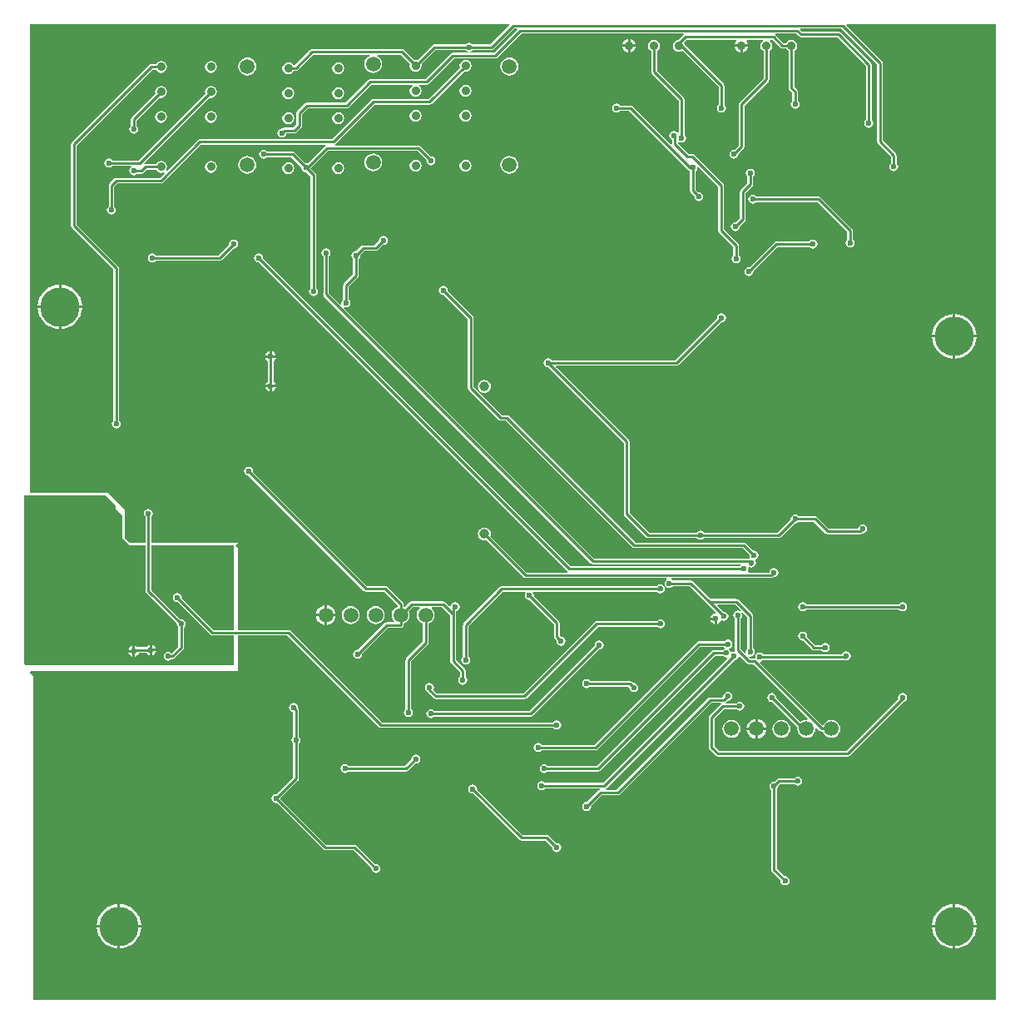
<source format=gbl>
G04*
G04 #@! TF.GenerationSoftware,Altium Limited,Altium Designer,19.0.14 (431)*
G04*
G04 Layer_Physical_Order=2*
G04 Layer_Color=16711680*
%FSLAX25Y25*%
%MOIN*%
G70*
G01*
G75*
%ADD12C,0.01000*%
%ADD57C,0.03937*%
%ADD88C,0.15748*%
%ADD89C,0.03543*%
%ADD90C,0.03543*%
%ADD91C,0.05906*%
%ADD92C,0.02362*%
G36*
X238348Y429878D02*
X229090Y420622D01*
X219471D01*
X219422Y421122D01*
X219837Y421204D01*
X220426Y421598D01*
X220534Y421760D01*
X228079D01*
X228079Y421760D01*
X228508Y421846D01*
X228872Y422089D01*
X237161Y430378D01*
X238140D01*
X238348Y429878D01*
D02*
G37*
G36*
X430000Y41500D02*
X44500D01*
Y171000D01*
X43000Y172500D01*
X43500Y173000D01*
X126500D01*
Y187323D01*
X146177D01*
X182849Y150652D01*
X182849Y150652D01*
X183212Y150409D01*
X183642Y150323D01*
X252749D01*
X252858Y150161D01*
X253447Y149767D01*
X254142Y149629D01*
X254837Y149767D01*
X255426Y150161D01*
X255820Y150750D01*
X255958Y151445D01*
X255820Y152140D01*
X255426Y152729D01*
X254837Y153123D01*
X254142Y153261D01*
X253447Y153123D01*
X252858Y152729D01*
X252749Y152566D01*
X184106D01*
X147435Y189238D01*
X147071Y189481D01*
X146642Y189566D01*
X146642Y189566D01*
X126500D01*
Y222500D01*
X125500Y223500D01*
X126500Y224500D01*
X91673D01*
Y234828D01*
X91835Y234936D01*
X92229Y235525D01*
X92367Y236221D01*
X92229Y236915D01*
X91835Y237505D01*
X91246Y237898D01*
X90551Y238036D01*
X89856Y237898D01*
X89267Y237505D01*
X88873Y236915D01*
X88735Y236221D01*
X88873Y235525D01*
X89267Y234936D01*
X89430Y234828D01*
Y224500D01*
X83000D01*
X81000Y226500D01*
Y237642D01*
X74142Y244500D01*
X43000D01*
Y432058D01*
X235015D01*
X235207Y431596D01*
X227614Y424003D01*
X220534D01*
X220426Y424166D01*
X219837Y424560D01*
X219142Y424698D01*
X218447Y424560D01*
X217858Y424166D01*
X217749Y424003D01*
X205079D01*
X205079Y424003D01*
X204649Y423918D01*
X204286Y423675D01*
X198336Y417725D01*
X197642Y417863D01*
X196948Y417725D01*
X192935Y421738D01*
X192571Y421981D01*
X192142Y422066D01*
X192142Y422066D01*
X156142D01*
X156142Y422066D01*
X155712Y421981D01*
X155349Y421738D01*
X155349Y421738D01*
X149209Y415598D01*
X148703Y415629D01*
X148352Y416155D01*
X147567Y416679D01*
X146642Y416863D01*
X145716Y416679D01*
X144932Y416155D01*
X144408Y415370D01*
X144224Y414445D01*
X144408Y413520D01*
X144932Y412735D01*
X145716Y412211D01*
X146642Y412027D01*
X147567Y412211D01*
X148352Y412735D01*
X148744Y413323D01*
X149642D01*
X149642Y413323D01*
X150071Y413409D01*
X150435Y413652D01*
X156606Y419823D01*
X178968D01*
X179068Y419323D01*
X178850Y419233D01*
X178108Y418664D01*
X177538Y417922D01*
X177180Y417057D01*
X177058Y416130D01*
X177180Y415203D01*
X177538Y414338D01*
X178108Y413596D01*
X178850Y413027D01*
X179714Y412669D01*
X180642Y412546D01*
X181569Y412669D01*
X182433Y413027D01*
X183176Y413596D01*
X183745Y414338D01*
X184103Y415203D01*
X184225Y416130D01*
X184103Y417057D01*
X183745Y417922D01*
X183176Y418664D01*
X182433Y419233D01*
X182216Y419323D01*
X182315Y419823D01*
X191677D01*
X195362Y416139D01*
X195224Y415445D01*
X195408Y414520D01*
X195932Y413735D01*
X196716Y413211D01*
X197642Y413027D01*
X198567Y413211D01*
X199352Y413735D01*
X199876Y414520D01*
X200060Y415445D01*
X199922Y416139D01*
X205543Y421760D01*
X217749D01*
X217858Y421598D01*
X218447Y421204D01*
X218862Y421122D01*
X218813Y420622D01*
X212579D01*
X212150Y420536D01*
X211786Y420293D01*
X211786Y420293D01*
X201614Y410122D01*
X179500D01*
X179500Y410122D01*
X179071Y410036D01*
X178707Y409793D01*
X178707Y409793D01*
X169535Y400622D01*
X154000D01*
X154000Y400622D01*
X153571Y400536D01*
X153207Y400293D01*
X150207Y397293D01*
X149964Y396929D01*
X149878Y396500D01*
X149878Y396500D01*
Y391965D01*
X148535Y390621D01*
X145000D01*
X144571Y390536D01*
X144207Y390293D01*
X144207Y390293D01*
X144192Y390278D01*
X144000Y390316D01*
X143305Y390178D01*
X142716Y389784D01*
X142322Y389195D01*
X142184Y388500D01*
X142322Y387805D01*
X142716Y387216D01*
X143305Y386822D01*
X144000Y386684D01*
X144695Y386822D01*
X145284Y387216D01*
X145678Y387805D01*
X145792Y388379D01*
X149000D01*
X149000Y388378D01*
X149429Y388464D01*
X149793Y388707D01*
X151793Y390707D01*
X151793Y390707D01*
X152036Y391071D01*
X152122Y391500D01*
X152122Y391500D01*
Y396035D01*
X154465Y398378D01*
X170000D01*
X170000Y398378D01*
X170429Y398464D01*
X170793Y398707D01*
X179965Y407878D01*
X196115D01*
X196267Y407378D01*
X195932Y407155D01*
X195408Y406370D01*
X195224Y405445D01*
X195408Y404520D01*
X195932Y403735D01*
X196716Y403211D01*
X197642Y403027D01*
X198567Y403211D01*
X199352Y403735D01*
X199876Y404520D01*
X200060Y405445D01*
X199876Y406370D01*
X199352Y407155D01*
X199016Y407378D01*
X199168Y407878D01*
X202079D01*
X202079Y407878D01*
X202508Y407964D01*
X202872Y408207D01*
X213043Y418378D01*
X229555D01*
X229555Y418378D01*
X229984Y418464D01*
X230348Y418707D01*
X240020Y428378D01*
X304880D01*
X305032Y427878D01*
X304904Y427793D01*
X304904Y427793D01*
X302932Y425821D01*
X302216Y425679D01*
X301432Y425155D01*
X300908Y424370D01*
X300724Y423445D01*
X300908Y422519D01*
X301432Y421735D01*
X302216Y421211D01*
X303142Y421027D01*
X304067Y421211D01*
X304500Y421500D01*
X319020Y406980D01*
Y399838D01*
X318858Y399729D01*
X318464Y399140D01*
X318326Y398445D01*
X318464Y397750D01*
X318858Y397161D01*
X319447Y396767D01*
X320142Y396629D01*
X320837Y396767D01*
X321426Y397161D01*
X321819Y397750D01*
X321958Y398445D01*
X321819Y399140D01*
X321426Y399729D01*
X321263Y399838D01*
Y407445D01*
X321263Y407445D01*
X321178Y407874D01*
X320935Y408238D01*
X305518Y423655D01*
X305376Y424370D01*
X305086Y424803D01*
X306161Y425878D01*
X325939D01*
X326095Y425563D01*
X326132Y425378D01*
X325721Y424843D01*
X325441Y424168D01*
X325412Y423945D01*
X328142D01*
X330872D01*
X330842Y424168D01*
X330563Y424843D01*
X330152Y425378D01*
X330188Y425563D01*
X330345Y425878D01*
X336615D01*
X336767Y425378D01*
X336432Y425155D01*
X335908Y424370D01*
X335724Y423445D01*
X335908Y422519D01*
X336432Y421735D01*
X337020Y421342D01*
Y410409D01*
X327349Y400738D01*
X327105Y400374D01*
X327020Y399945D01*
X327020Y399945D01*
Y383410D01*
X325333Y381723D01*
X325142Y381761D01*
X324447Y381623D01*
X323858Y381229D01*
X323464Y380640D01*
X323326Y379945D01*
X323464Y379250D01*
X323858Y378661D01*
X324447Y378267D01*
X325142Y378129D01*
X325837Y378267D01*
X326426Y378661D01*
X326819Y379250D01*
X326958Y379945D01*
X326920Y380137D01*
X328935Y382152D01*
X329178Y382516D01*
X329263Y382945D01*
X329263Y382945D01*
Y399480D01*
X338935Y409152D01*
X338935Y409152D01*
X339178Y409516D01*
X339263Y409945D01*
X339263Y409945D01*
Y421342D01*
X339852Y421735D01*
X340376Y422519D01*
X340560Y423445D01*
X340376Y424370D01*
X339852Y425155D01*
X339517Y425378D01*
X339668Y425878D01*
X340535D01*
X343762Y422652D01*
X343762Y422652D01*
X344126Y422409D01*
X344555Y422323D01*
X344555Y422323D01*
X346039D01*
X346432Y421735D01*
X347020Y421342D01*
Y406445D01*
X347020Y406445D01*
X347106Y406016D01*
X347349Y405652D01*
X348520Y404480D01*
Y401338D01*
X348358Y401229D01*
X347964Y400640D01*
X347826Y399945D01*
X347964Y399250D01*
X348358Y398661D01*
X348947Y398267D01*
X349642Y398129D01*
X350337Y398267D01*
X350926Y398661D01*
X351320Y399250D01*
X351458Y399945D01*
X351320Y400640D01*
X350926Y401229D01*
X350763Y401338D01*
Y404945D01*
X350763Y404945D01*
X350678Y405374D01*
X350435Y405738D01*
X349263Y406910D01*
Y421342D01*
X349852Y421735D01*
X350376Y422519D01*
X350560Y423445D01*
X350376Y424370D01*
X349852Y425155D01*
X349067Y425679D01*
X348142Y425863D01*
X347216Y425679D01*
X346432Y425155D01*
X346039Y424566D01*
X345020D01*
X341793Y427793D01*
X341665Y427878D01*
X341817Y428378D01*
X350035D01*
X351207Y427207D01*
X351571Y426964D01*
X352000Y426878D01*
X352000Y426878D01*
X366535D01*
X378020Y415394D01*
Y393751D01*
X377858Y393642D01*
X377464Y393053D01*
X377326Y392358D01*
X377464Y391663D01*
X377858Y391074D01*
X378447Y390681D01*
X379142Y390542D01*
X379837Y390681D01*
X380426Y391074D01*
X380820Y391663D01*
X380958Y392358D01*
X380820Y393053D01*
X380426Y393642D01*
X380263Y393751D01*
Y415858D01*
X380263Y415858D01*
X380178Y416288D01*
X379935Y416651D01*
X367793Y428793D01*
X367429Y429036D01*
X367000Y429122D01*
X367000Y429122D01*
X352465D01*
X351708Y429878D01*
X351915Y430378D01*
X368122D01*
X382520Y415980D01*
Y384945D01*
X382520Y384945D01*
X382606Y384516D01*
X382849Y384152D01*
X388014Y378987D01*
Y376338D01*
X387851Y376229D01*
X387457Y375640D01*
X387319Y374945D01*
X387457Y374250D01*
X387851Y373661D01*
X388440Y373267D01*
X389135Y373129D01*
X389830Y373267D01*
X390419Y373661D01*
X390813Y374250D01*
X390951Y374945D01*
X390813Y375640D01*
X390419Y376229D01*
X390257Y376338D01*
Y379451D01*
X390257Y379451D01*
X390171Y379881D01*
X389928Y380245D01*
X384763Y385409D01*
Y416445D01*
X384678Y416874D01*
X384435Y417238D01*
X384435Y417238D01*
X370077Y431596D01*
X370268Y432058D01*
X430000D01*
Y41500D01*
D02*
G37*
G36*
X77520Y239480D02*
Y237742D01*
X80000Y235262D01*
Y226500D01*
X83000Y223500D01*
X89430D01*
Y205035D01*
X89430Y205035D01*
X89515Y204606D01*
X89758Y204242D01*
X101864Y192137D01*
X101826Y191945D01*
X101964Y191250D01*
X102358Y190661D01*
X102520Y190552D01*
Y182846D01*
X99885Y180212D01*
X99709Y180229D01*
X99120Y180623D01*
X98425Y180761D01*
X97730Y180623D01*
X97141Y180229D01*
X96747Y179640D01*
X96609Y178945D01*
X96747Y178250D01*
X97141Y177661D01*
X97730Y177267D01*
X98425Y177129D01*
X99120Y177267D01*
X99709Y177661D01*
X99818Y177823D01*
X100205D01*
X100205Y177823D01*
X100634Y177909D01*
X100998Y178152D01*
X104435Y181589D01*
X104435Y181589D01*
X104678Y181953D01*
X104763Y182382D01*
X104763Y182382D01*
Y190552D01*
X104926Y190661D01*
X105319Y191250D01*
X105458Y191945D01*
X105319Y192640D01*
X104926Y193229D01*
X104337Y193623D01*
X103642Y193761D01*
X103450Y193723D01*
X91673Y205500D01*
Y223500D01*
X124375D01*
X124792Y223298D01*
Y189566D01*
X116606D01*
X103920Y202253D01*
X103958Y202445D01*
X103820Y203140D01*
X103426Y203729D01*
X102837Y204123D01*
X102142Y204261D01*
X101447Y204123D01*
X100858Y203729D01*
X100464Y203140D01*
X100326Y202445D01*
X100464Y201750D01*
X100858Y201161D01*
X101447Y200767D01*
X102142Y200629D01*
X102333Y200667D01*
X115349Y187652D01*
X115712Y187409D01*
X116142Y187323D01*
X116142Y187323D01*
X124792D01*
Y175500D01*
X41463D01*
X41463Y175500D01*
X40819Y176144D01*
Y243500D01*
X73500D01*
X73500Y243500D01*
X77520Y239480D01*
D02*
G37*
%LPC*%
G36*
X283642Y426175D02*
Y423945D01*
X285872D01*
X285842Y424168D01*
X285563Y424843D01*
X285119Y425422D01*
X284540Y425866D01*
X283865Y426145D01*
X283642Y426175D01*
D02*
G37*
G36*
X282642D02*
X282418Y426145D01*
X281744Y425866D01*
X281165Y425422D01*
X280721Y424843D01*
X280441Y424168D01*
X280412Y423945D01*
X282642D01*
Y426175D01*
D02*
G37*
G36*
X327642Y422945D02*
X325412D01*
X325441Y422721D01*
X325721Y422047D01*
X326165Y421468D01*
X326744Y421024D01*
X327418Y420745D01*
X327642Y420715D01*
Y422945D01*
D02*
G37*
G36*
X282642D02*
X280412D01*
X280441Y422721D01*
X280721Y422047D01*
X281165Y421468D01*
X281744Y421024D01*
X282418Y420745D01*
X282642Y420715D01*
Y422945D01*
D02*
G37*
G36*
X330872D02*
X328642D01*
Y420715D01*
X328865Y420745D01*
X329539Y421024D01*
X330118Y421468D01*
X330563Y422047D01*
X330842Y422721D01*
X330872Y422945D01*
D02*
G37*
G36*
X285872D02*
X283642D01*
Y420715D01*
X283865Y420745D01*
X284540Y421024D01*
X285119Y421468D01*
X285563Y422047D01*
X285842Y422721D01*
X285872Y422945D01*
D02*
G37*
G36*
X95642Y417363D02*
X94716Y417179D01*
X93932Y416655D01*
X93539Y416066D01*
X91642D01*
X91642Y416066D01*
X91212Y415981D01*
X90849Y415738D01*
X59849Y384738D01*
X59606Y384374D01*
X59520Y383945D01*
X59520Y383945D01*
Y351398D01*
X59520Y351398D01*
X59606Y350968D01*
X59849Y350605D01*
X76520Y333933D01*
Y273338D01*
X76358Y273229D01*
X75964Y272640D01*
X75826Y271945D01*
X75964Y271250D01*
X76358Y270661D01*
X76947Y270267D01*
X77642Y270129D01*
X78337Y270267D01*
X78926Y270661D01*
X79320Y271250D01*
X79458Y271945D01*
X79320Y272640D01*
X78926Y273229D01*
X78763Y273338D01*
Y334398D01*
X78763Y334398D01*
X78678Y334827D01*
X78435Y335191D01*
X61763Y351862D01*
Y383480D01*
X92106Y413823D01*
X93539D01*
X93932Y413235D01*
X94716Y412711D01*
X95642Y412527D01*
X96567Y412711D01*
X97351Y413235D01*
X97876Y414020D01*
X98060Y414945D01*
X97876Y415870D01*
X97351Y416655D01*
X96567Y417179D01*
X95642Y417363D01*
D02*
G37*
G36*
X217642Y417863D02*
X216716Y417679D01*
X215932Y417155D01*
X215408Y416370D01*
X215224Y415445D01*
X215362Y414751D01*
X202677Y402066D01*
X180642D01*
X180642Y402066D01*
X180212Y401981D01*
X179849Y401738D01*
X179849Y401738D01*
X164177Y386066D01*
X111142D01*
X111142Y386066D01*
X110713Y385981D01*
X110349Y385738D01*
X98168Y373557D01*
X97780Y373876D01*
X97876Y374020D01*
X98060Y374945D01*
X97876Y375870D01*
X97351Y376655D01*
X96567Y377179D01*
X95642Y377363D01*
X94716Y377179D01*
X93932Y376655D01*
X93539Y376066D01*
X89380D01*
X89380Y376066D01*
X88976Y375986D01*
X88945Y376008D01*
X88728Y376446D01*
X114948Y402665D01*
X115642Y402527D01*
X116567Y402711D01*
X117351Y403235D01*
X117876Y404020D01*
X118060Y404945D01*
X117876Y405870D01*
X117351Y406655D01*
X116567Y407179D01*
X115642Y407363D01*
X114716Y407179D01*
X113932Y406655D01*
X113408Y405870D01*
X113224Y404945D01*
X113362Y404251D01*
X86677Y377566D01*
X76034D01*
X75926Y377729D01*
X75337Y378123D01*
X74642Y378261D01*
X73947Y378123D01*
X73358Y377729D01*
X72964Y377140D01*
X72826Y376445D01*
X72964Y375750D01*
X73358Y375161D01*
X73947Y374767D01*
X74642Y374629D01*
X75337Y374767D01*
X75926Y375161D01*
X76034Y375323D01*
X83584D01*
X83736Y374823D01*
X83358Y374571D01*
X82964Y373982D01*
X82826Y373287D01*
X82964Y372592D01*
X83358Y372003D01*
X83947Y371609D01*
X84642Y371471D01*
X85337Y371609D01*
X85926Y372003D01*
X86034Y372165D01*
X87722D01*
X87722Y372165D01*
X88151Y372251D01*
X88515Y372494D01*
X89844Y373823D01*
X93539D01*
X93932Y373235D01*
X94716Y372711D01*
X95642Y372527D01*
X96567Y372711D01*
X96710Y372807D01*
X97029Y372418D01*
X95177Y370566D01*
X77689D01*
X77689Y370566D01*
X77260Y370481D01*
X76896Y370238D01*
X76896Y370238D01*
X74943Y368285D01*
X74699Y367921D01*
X74614Y367492D01*
X74614Y367492D01*
Y358998D01*
X74452Y358890D01*
X74058Y358301D01*
X73920Y357606D01*
X74058Y356911D01*
X74452Y356322D01*
X75041Y355928D01*
X75736Y355790D01*
X76431Y355928D01*
X77020Y356322D01*
X77413Y356911D01*
X77552Y357606D01*
X77413Y358301D01*
X77020Y358890D01*
X76857Y358998D01*
Y367027D01*
X78154Y368323D01*
X95642D01*
X95642Y368323D01*
X96071Y368409D01*
X96435Y368652D01*
X111606Y383823D01*
X161325D01*
X161477Y383323D01*
X161349Y383238D01*
X161349Y383238D01*
X154350Y376239D01*
X154337Y376249D01*
X153642Y376387D01*
X153450Y376349D01*
X149061Y380738D01*
X148697Y380981D01*
X148268Y381066D01*
X148268Y381066D01*
X138034D01*
X137926Y381229D01*
X137337Y381623D01*
X136642Y381761D01*
X135947Y381623D01*
X135358Y381229D01*
X134964Y380640D01*
X134826Y379945D01*
X134964Y379250D01*
X135358Y378661D01*
X135947Y378267D01*
X136642Y378129D01*
X137337Y378267D01*
X137926Y378661D01*
X138034Y378823D01*
X147803D01*
X151864Y374763D01*
X151826Y374571D01*
X151964Y373876D01*
X152358Y373287D01*
X152947Y372893D01*
X153642Y372755D01*
X153833Y372793D01*
X155520Y371106D01*
Y326338D01*
X155358Y326229D01*
X154964Y325640D01*
X154826Y324945D01*
X154964Y324250D01*
X155358Y323661D01*
X155947Y323267D01*
X156642Y323129D01*
X157337Y323267D01*
X157926Y323661D01*
X158319Y324250D01*
X158458Y324945D01*
X158319Y325640D01*
X157926Y326229D01*
X157763Y326338D01*
Y371571D01*
X157763Y371571D01*
X157678Y372000D01*
X157435Y372364D01*
X155541Y374258D01*
X162606Y381323D01*
X198177D01*
X201927Y377574D01*
X201889Y377382D01*
X202027Y376687D01*
X202421Y376098D01*
X203010Y375704D01*
X203705Y375566D01*
X204400Y375704D01*
X204989Y376098D01*
X205382Y376687D01*
X205521Y377382D01*
X205382Y378077D01*
X204989Y378666D01*
X204400Y379060D01*
X203705Y379198D01*
X203513Y379160D01*
X199435Y383238D01*
X199071Y383481D01*
X198642Y383566D01*
X198642Y383566D01*
X165459D01*
X165307Y384066D01*
X165435Y384152D01*
X181106Y399823D01*
X203142D01*
X203142Y399823D01*
X203571Y399909D01*
X203935Y400152D01*
X216948Y413165D01*
X217642Y413027D01*
X218567Y413211D01*
X219352Y413735D01*
X219876Y414520D01*
X220060Y415445D01*
X219876Y416370D01*
X219352Y417155D01*
X218567Y417679D01*
X217642Y417863D01*
D02*
G37*
G36*
X115642Y417363D02*
X114716Y417179D01*
X113932Y416655D01*
X113408Y415870D01*
X113224Y414945D01*
X113408Y414020D01*
X113932Y413235D01*
X114716Y412711D01*
X115642Y412527D01*
X116567Y412711D01*
X117351Y413235D01*
X117876Y414020D01*
X118060Y414945D01*
X117876Y415870D01*
X117351Y416655D01*
X116567Y417179D01*
X115642Y417363D01*
D02*
G37*
G36*
X166642Y416863D02*
X165716Y416679D01*
X164932Y416155D01*
X164408Y415370D01*
X164224Y414445D01*
X164408Y413520D01*
X164932Y412735D01*
X165716Y412211D01*
X166642Y412027D01*
X167567Y412211D01*
X168351Y412735D01*
X168876Y413520D01*
X169060Y414445D01*
X168876Y415370D01*
X168351Y416155D01*
X167567Y416679D01*
X166642Y416863D01*
D02*
G37*
G36*
X235142Y418713D02*
X234214Y418591D01*
X233350Y418233D01*
X232608Y417664D01*
X232038Y416922D01*
X231680Y416057D01*
X231558Y415130D01*
X231680Y414202D01*
X232038Y413338D01*
X232608Y412596D01*
X233350Y412027D01*
X234214Y411669D01*
X235142Y411547D01*
X236069Y411669D01*
X236933Y412027D01*
X237676Y412596D01*
X238245Y413338D01*
X238603Y414202D01*
X238725Y415130D01*
X238603Y416057D01*
X238245Y416922D01*
X237676Y417664D01*
X236933Y418233D01*
X236069Y418591D01*
X235142Y418713D01*
D02*
G37*
G36*
X130142D02*
X129214Y418591D01*
X128350Y418233D01*
X127608Y417664D01*
X127038Y416922D01*
X126680Y416057D01*
X126558Y415130D01*
X126680Y414202D01*
X127038Y413338D01*
X127608Y412596D01*
X128350Y412027D01*
X129214Y411669D01*
X130142Y411547D01*
X131069Y411669D01*
X131933Y412027D01*
X132676Y412596D01*
X133245Y413338D01*
X133603Y414202D01*
X133725Y415130D01*
X133603Y416057D01*
X133245Y416922D01*
X132676Y417664D01*
X131933Y418233D01*
X131069Y418591D01*
X130142Y418713D01*
D02*
G37*
G36*
X217642Y407863D02*
X216716Y407679D01*
X215932Y407155D01*
X215408Y406370D01*
X215224Y405445D01*
X215408Y404520D01*
X215932Y403735D01*
X216716Y403211D01*
X217642Y403027D01*
X218567Y403211D01*
X219352Y403735D01*
X219876Y404520D01*
X220060Y405445D01*
X219876Y406370D01*
X219352Y407155D01*
X218567Y407679D01*
X217642Y407863D01*
D02*
G37*
G36*
X95642Y407363D02*
X94716Y407179D01*
X93932Y406655D01*
X93408Y405870D01*
X93224Y404945D01*
X93362Y404251D01*
X83849Y394738D01*
X83606Y394374D01*
X83520Y393945D01*
X83520Y393945D01*
Y391338D01*
X83358Y391229D01*
X82964Y390640D01*
X82826Y389945D01*
X82964Y389250D01*
X83358Y388661D01*
X83947Y388267D01*
X84642Y388129D01*
X85337Y388267D01*
X85926Y388661D01*
X86320Y389250D01*
X86458Y389945D01*
X86320Y390640D01*
X85926Y391229D01*
X85763Y391338D01*
Y393480D01*
X94948Y402665D01*
X95642Y402527D01*
X96567Y402711D01*
X97351Y403235D01*
X97876Y404020D01*
X98060Y404945D01*
X97876Y405870D01*
X97351Y406655D01*
X96567Y407179D01*
X95642Y407363D01*
D02*
G37*
G36*
X166642Y406863D02*
X165716Y406679D01*
X164932Y406155D01*
X164408Y405370D01*
X164224Y404445D01*
X164408Y403520D01*
X164932Y402735D01*
X165716Y402211D01*
X166642Y402027D01*
X167567Y402211D01*
X168351Y402735D01*
X168876Y403520D01*
X169060Y404445D01*
X168876Y405370D01*
X168351Y406155D01*
X167567Y406679D01*
X166642Y406863D01*
D02*
G37*
G36*
X146642D02*
X145716Y406679D01*
X144932Y406155D01*
X144408Y405370D01*
X144224Y404445D01*
X144408Y403520D01*
X144932Y402735D01*
X145716Y402211D01*
X146642Y402027D01*
X147567Y402211D01*
X148352Y402735D01*
X148876Y403520D01*
X149060Y404445D01*
X148876Y405370D01*
X148352Y406155D01*
X147567Y406679D01*
X146642Y406863D01*
D02*
G37*
G36*
X217642Y397863D02*
X216716Y397679D01*
X215932Y397155D01*
X215408Y396370D01*
X215224Y395445D01*
X215408Y394520D01*
X215932Y393735D01*
X216716Y393211D01*
X217642Y393027D01*
X218567Y393211D01*
X219352Y393735D01*
X219876Y394520D01*
X220060Y395445D01*
X219876Y396370D01*
X219352Y397155D01*
X218567Y397679D01*
X217642Y397863D01*
D02*
G37*
G36*
X197642D02*
X196716Y397679D01*
X195932Y397155D01*
X195408Y396370D01*
X195224Y395445D01*
X195408Y394520D01*
X195932Y393735D01*
X196716Y393211D01*
X197642Y393027D01*
X198567Y393211D01*
X199352Y393735D01*
X199876Y394520D01*
X200060Y395445D01*
X199876Y396370D01*
X199352Y397155D01*
X198567Y397679D01*
X197642Y397863D01*
D02*
G37*
G36*
X115642Y397363D02*
X114716Y397179D01*
X113932Y396655D01*
X113408Y395870D01*
X113224Y394945D01*
X113408Y394020D01*
X113932Y393235D01*
X114716Y392711D01*
X115642Y392527D01*
X116567Y392711D01*
X117351Y393235D01*
X117876Y394020D01*
X118060Y394945D01*
X117876Y395870D01*
X117351Y396655D01*
X116567Y397179D01*
X115642Y397363D01*
D02*
G37*
G36*
X95642D02*
X94716Y397179D01*
X93932Y396655D01*
X93408Y395870D01*
X93224Y394945D01*
X93408Y394020D01*
X93932Y393235D01*
X94716Y392711D01*
X95642Y392527D01*
X96567Y392711D01*
X97351Y393235D01*
X97876Y394020D01*
X98060Y394945D01*
X97876Y395870D01*
X97351Y396655D01*
X96567Y397179D01*
X95642Y397363D01*
D02*
G37*
G36*
X166642Y396863D02*
X165716Y396679D01*
X164932Y396155D01*
X164408Y395370D01*
X164224Y394445D01*
X164408Y393520D01*
X164932Y392735D01*
X165716Y392211D01*
X166642Y392027D01*
X167567Y392211D01*
X168351Y392735D01*
X168876Y393520D01*
X169060Y394445D01*
X168876Y395370D01*
X168351Y396155D01*
X167567Y396679D01*
X166642Y396863D01*
D02*
G37*
G36*
X146642D02*
X145716Y396679D01*
X144932Y396155D01*
X144408Y395370D01*
X144224Y394445D01*
X144408Y393520D01*
X144932Y392735D01*
X145716Y392211D01*
X146642Y392027D01*
X147567Y392211D01*
X148352Y392735D01*
X148876Y393520D01*
X149060Y394445D01*
X148876Y395370D01*
X148352Y396155D01*
X147567Y396679D01*
X146642Y396863D01*
D02*
G37*
G36*
X293142Y425863D02*
X292216Y425679D01*
X291432Y425155D01*
X290908Y424370D01*
X290724Y423445D01*
X290908Y422519D01*
X291432Y421735D01*
X292020Y421342D01*
Y412945D01*
X292020Y412945D01*
X292106Y412516D01*
X292349Y412152D01*
X303020Y401480D01*
Y388582D01*
X302520Y388431D01*
X302284Y388784D01*
X301695Y389178D01*
X301000Y389316D01*
X300305Y389178D01*
X299716Y388784D01*
X299322Y388195D01*
X299184Y387500D01*
X299322Y386805D01*
X299716Y386216D01*
X300305Y385822D01*
X300378Y385808D01*
Y384001D01*
X300376Y383998D01*
X299917Y383755D01*
X284435Y399238D01*
X284071Y399481D01*
X283642Y399566D01*
X283642Y399566D01*
X279534D01*
X279426Y399729D01*
X278837Y400123D01*
X278142Y400261D01*
X277447Y400123D01*
X276858Y399729D01*
X276464Y399140D01*
X276326Y398445D01*
X276464Y397750D01*
X276858Y397161D01*
X277447Y396767D01*
X278142Y396629D01*
X278837Y396767D01*
X279426Y397161D01*
X279534Y397323D01*
X283177D01*
X306723Y373778D01*
X306723Y373778D01*
X307086Y373535D01*
X307208Y373511D01*
X307358Y373287D01*
X307520Y373178D01*
Y365398D01*
X307520Y365398D01*
X307606Y364968D01*
X307849Y364605D01*
X309317Y363137D01*
X309278Y362945D01*
X309417Y362250D01*
X309810Y361661D01*
X310400Y361267D01*
X311094Y361129D01*
X311789Y361267D01*
X312379Y361661D01*
X312772Y362250D01*
X312911Y362945D01*
X312772Y363640D01*
X312379Y364229D01*
X311789Y364623D01*
X311094Y364761D01*
X310903Y364723D01*
X309763Y365862D01*
Y373178D01*
X309926Y373287D01*
X310319Y373876D01*
X310458Y374571D01*
X310414Y374793D01*
X310874Y375040D01*
X318879Y367035D01*
Y349500D01*
X318878Y349500D01*
X318964Y349071D01*
X319207Y348707D01*
X324879Y343035D01*
Y339491D01*
X324716Y339383D01*
X324322Y338793D01*
X324184Y338098D01*
X324322Y337403D01*
X324716Y336814D01*
X325305Y336421D01*
X326000Y336282D01*
X326695Y336421D01*
X327284Y336814D01*
X327678Y337403D01*
X327816Y338098D01*
X327678Y338793D01*
X327284Y339383D01*
X327121Y339491D01*
Y343500D01*
X327122Y343500D01*
X327036Y343929D01*
X326793Y344293D01*
X326793Y344293D01*
X321122Y349965D01*
Y367500D01*
X321122Y367500D01*
X321036Y367929D01*
X320793Y368293D01*
X320793Y368293D01*
X309293Y379793D01*
X308929Y380036D01*
X308500Y380122D01*
X308500Y380121D01*
X306965D01*
X302735Y384351D01*
X302777Y384755D01*
X303245Y384989D01*
X303447Y384854D01*
X304142Y384716D01*
X304837Y384854D01*
X305426Y385247D01*
X305820Y385837D01*
X305958Y386531D01*
X305820Y387227D01*
X305426Y387816D01*
X305263Y387924D01*
Y401945D01*
X305263Y401945D01*
X305178Y402374D01*
X304935Y402738D01*
X294263Y413410D01*
Y421342D01*
X294852Y421735D01*
X295376Y422519D01*
X295560Y423445D01*
X295376Y424370D01*
X294852Y425155D01*
X294067Y425679D01*
X293142Y425863D01*
D02*
G37*
G36*
X180642Y380343D02*
X179714Y380221D01*
X178850Y379863D01*
X178108Y379294D01*
X177538Y378552D01*
X177180Y377687D01*
X177058Y376760D01*
X177180Y375832D01*
X177538Y374968D01*
X178108Y374226D01*
X178850Y373657D01*
X179714Y373299D01*
X180642Y373176D01*
X181569Y373299D01*
X182433Y373657D01*
X183176Y374226D01*
X183745Y374968D01*
X184103Y375832D01*
X184225Y376760D01*
X184103Y377687D01*
X183745Y378552D01*
X183176Y379294D01*
X182433Y379863D01*
X181569Y380221D01*
X180642Y380343D01*
D02*
G37*
G36*
X217642Y377863D02*
X216716Y377679D01*
X215932Y377155D01*
X215408Y376370D01*
X215224Y375445D01*
X215408Y374520D01*
X215932Y373735D01*
X216716Y373211D01*
X217642Y373027D01*
X218567Y373211D01*
X219352Y373735D01*
X219876Y374520D01*
X220060Y375445D01*
X219876Y376370D01*
X219352Y377155D01*
X218567Y377679D01*
X217642Y377863D01*
D02*
G37*
G36*
X197642D02*
X196716Y377679D01*
X195932Y377155D01*
X195408Y376370D01*
X195224Y375445D01*
X195408Y374520D01*
X195932Y373735D01*
X196716Y373211D01*
X197642Y373027D01*
X198567Y373211D01*
X199352Y373735D01*
X199876Y374520D01*
X200060Y375445D01*
X199876Y376370D01*
X199352Y377155D01*
X198567Y377679D01*
X197642Y377863D01*
D02*
G37*
G36*
X115642Y377363D02*
X114716Y377179D01*
X113932Y376655D01*
X113408Y375870D01*
X113224Y374945D01*
X113408Y374020D01*
X113932Y373235D01*
X114716Y372711D01*
X115642Y372527D01*
X116567Y372711D01*
X117351Y373235D01*
X117876Y374020D01*
X118060Y374945D01*
X117876Y375870D01*
X117351Y376655D01*
X116567Y377179D01*
X115642Y377363D01*
D02*
G37*
G36*
X235142Y379343D02*
X234214Y379221D01*
X233350Y378863D01*
X232608Y378294D01*
X232038Y377552D01*
X231680Y376687D01*
X231558Y375760D01*
X231680Y374832D01*
X232038Y373968D01*
X232608Y373226D01*
X233350Y372656D01*
X234214Y372299D01*
X235142Y372176D01*
X236069Y372299D01*
X236933Y372656D01*
X237676Y373226D01*
X238245Y373968D01*
X238603Y374832D01*
X238725Y375760D01*
X238603Y376687D01*
X238245Y377552D01*
X237676Y378294D01*
X236933Y378863D01*
X236069Y379221D01*
X235142Y379343D01*
D02*
G37*
G36*
X130142D02*
X129214Y379221D01*
X128350Y378863D01*
X127608Y378294D01*
X127038Y377552D01*
X126680Y376687D01*
X126558Y375760D01*
X126680Y374832D01*
X127038Y373968D01*
X127608Y373226D01*
X128350Y372656D01*
X129214Y372299D01*
X130142Y372176D01*
X131069Y372299D01*
X131933Y372656D01*
X132676Y373226D01*
X133245Y373968D01*
X133603Y374832D01*
X133725Y375760D01*
X133603Y376687D01*
X133245Y377552D01*
X132676Y378294D01*
X131933Y378863D01*
X131069Y379221D01*
X130142Y379343D01*
D02*
G37*
G36*
X166642Y376863D02*
X165716Y376679D01*
X164932Y376155D01*
X164408Y375370D01*
X164224Y374445D01*
X164408Y373520D01*
X164932Y372735D01*
X165716Y372211D01*
X166642Y372027D01*
X167567Y372211D01*
X168351Y372735D01*
X168876Y373520D01*
X169060Y374445D01*
X168876Y375370D01*
X168351Y376155D01*
X167567Y376679D01*
X166642Y376863D01*
D02*
G37*
G36*
X146642D02*
X145716Y376679D01*
X144932Y376155D01*
X144408Y375370D01*
X144224Y374445D01*
X144408Y373520D01*
X144932Y372735D01*
X145716Y372211D01*
X146642Y372027D01*
X147567Y372211D01*
X148352Y372735D01*
X148876Y373520D01*
X149060Y374445D01*
X148876Y375370D01*
X148352Y376155D01*
X147567Y376679D01*
X146642Y376863D01*
D02*
G37*
G36*
X331689Y374214D02*
X330994Y374075D01*
X330405Y373682D01*
X330011Y373093D01*
X329873Y372398D01*
X330011Y371703D01*
X330405Y371113D01*
X330567Y371005D01*
Y368457D01*
X327849Y365738D01*
X327606Y365374D01*
X327520Y364945D01*
X327520Y364945D01*
Y354410D01*
X325834Y352723D01*
X325642Y352761D01*
X324947Y352623D01*
X324358Y352229D01*
X323964Y351640D01*
X323826Y350945D01*
X323964Y350250D01*
X324358Y349661D01*
X324947Y349267D01*
X325642Y349129D01*
X326337Y349267D01*
X326926Y349661D01*
X327320Y350250D01*
X327458Y350945D01*
X327420Y351137D01*
X329435Y353152D01*
X329678Y353516D01*
X329763Y353945D01*
X329763Y353945D01*
Y364480D01*
X332482Y367199D01*
X332482Y367199D01*
X332725Y367563D01*
X332810Y367992D01*
X332810Y367992D01*
Y371005D01*
X332973Y371113D01*
X333367Y371703D01*
X333505Y372398D01*
X333367Y373093D01*
X332973Y373682D01*
X332384Y374075D01*
X331689Y374214D01*
D02*
G37*
G36*
X356842Y345808D02*
X356148Y345670D01*
X355558Y345276D01*
X355450Y345114D01*
X342189D01*
X342189Y345114D01*
X341760Y345028D01*
X341396Y344785D01*
X341396Y344785D01*
X331333Y334723D01*
X331142Y334761D01*
X330447Y334623D01*
X329858Y334229D01*
X329464Y333640D01*
X329326Y332945D01*
X329464Y332250D01*
X329858Y331661D01*
X330447Y331267D01*
X331142Y331129D01*
X331837Y331267D01*
X332426Y331661D01*
X332820Y332250D01*
X332958Y332945D01*
X332920Y333137D01*
X342653Y342871D01*
X355450D01*
X355558Y342708D01*
X356148Y342314D01*
X356842Y342176D01*
X357538Y342314D01*
X358127Y342708D01*
X358520Y343297D01*
X358659Y343992D01*
X358520Y344687D01*
X358127Y345276D01*
X357538Y345670D01*
X356842Y345808D01*
D02*
G37*
G36*
X184642Y347261D02*
X183947Y347123D01*
X183358Y346729D01*
X182964Y346140D01*
X182826Y345445D01*
X182864Y345253D01*
X181177Y343566D01*
X176642D01*
X176642Y343566D01*
X176213Y343481D01*
X175849Y343238D01*
X173834Y341223D01*
X173642Y341261D01*
X172947Y341123D01*
X172358Y340729D01*
X171964Y340140D01*
X171826Y339445D01*
X171964Y338750D01*
X172358Y338161D01*
X172520Y338052D01*
Y331909D01*
X168849Y328238D01*
X168605Y327874D01*
X168520Y327445D01*
X168520Y327445D01*
Y321838D01*
X168358Y321729D01*
X167964Y321140D01*
X167826Y320445D01*
X167923Y319957D01*
X167462Y319711D01*
X162858Y324315D01*
Y339052D01*
X163020Y339161D01*
X163414Y339750D01*
X163552Y340445D01*
X163414Y341140D01*
X163020Y341729D01*
X162431Y342123D01*
X161736Y342261D01*
X161041Y342123D01*
X160452Y341729D01*
X160058Y341140D01*
X159920Y340445D01*
X160058Y339750D01*
X160452Y339161D01*
X160615Y339052D01*
Y324577D01*
X160606Y324563D01*
X160520Y324134D01*
X160539Y324039D01*
X160520Y323945D01*
X160606Y323516D01*
X160849Y323152D01*
X267849Y216152D01*
X267849Y216152D01*
X268213Y215909D01*
X268642Y215823D01*
X268642Y215823D01*
X327609D01*
X327821Y215323D01*
X327612Y215066D01*
X259606D01*
X136420Y338253D01*
X136458Y338445D01*
X136319Y339140D01*
X135926Y339729D01*
X135337Y340123D01*
X134642Y340261D01*
X133947Y340123D01*
X133358Y339729D01*
X132964Y339140D01*
X132826Y338445D01*
X132964Y337750D01*
X133358Y337161D01*
X133947Y336767D01*
X134642Y336629D01*
X134834Y336667D01*
X258349Y213152D01*
X258349Y213152D01*
X258476Y213066D01*
X258325Y212566D01*
X242106D01*
X227572Y227101D01*
X227644Y227274D01*
X227732Y227945D01*
X227644Y228615D01*
X227385Y229240D01*
X226974Y229777D01*
X226437Y230188D01*
X225812Y230447D01*
X225142Y230536D01*
X224471Y230447D01*
X223846Y230188D01*
X223310Y229777D01*
X222898Y229240D01*
X222639Y228615D01*
X222551Y227945D01*
X222639Y227274D01*
X222898Y226649D01*
X223310Y226113D01*
X223846Y225701D01*
X224471Y225443D01*
X225142Y225354D01*
X225812Y225443D01*
X225986Y225515D01*
X240849Y210652D01*
X240849Y210652D01*
X241213Y210409D01*
X241642Y210323D01*
X298134D01*
X298195Y210240D01*
X298076Y209560D01*
X297929Y209461D01*
X297535Y208872D01*
X297397Y208177D01*
X297535Y207482D01*
X297929Y206893D01*
X298518Y206499D01*
X299213Y206361D01*
X299907Y206499D01*
X300497Y206893D01*
X300605Y207056D01*
X307445D01*
X314506Y199994D01*
X314506Y199994D01*
X317794Y196706D01*
X317630Y196163D01*
X317062Y196051D01*
X316341Y195569D01*
X315859Y194847D01*
X315789Y194496D01*
X317913D01*
Y193996D01*
X318413D01*
Y191872D01*
X318764Y191941D01*
X319486Y192424D01*
X319894Y193035D01*
X320438Y193273D01*
X320447Y193267D01*
X321142Y193129D01*
X321837Y193267D01*
X322426Y193661D01*
X322819Y194250D01*
X322958Y194945D01*
X322819Y195640D01*
X322426Y196229D01*
X321837Y196623D01*
X321142Y196761D01*
X320950Y196723D01*
X318469Y199204D01*
X318660Y199666D01*
X325665D01*
X328021Y197310D01*
X328025Y197264D01*
X327751Y197039D01*
X327565Y196970D01*
X327337Y197123D01*
X326642Y197261D01*
X325947Y197123D01*
X325358Y196729D01*
X324964Y196140D01*
X324826Y195445D01*
X324964Y194750D01*
X325358Y194161D01*
X325520Y194052D01*
Y181445D01*
X325520Y181445D01*
X325572Y181185D01*
X325288Y180816D01*
X325187Y180752D01*
X325142Y180761D01*
X324447Y180623D01*
X324280Y180511D01*
X323724Y180741D01*
X323678Y180974D01*
X323284Y181563D01*
X323127Y181668D01*
X323232Y182199D01*
X323337Y182220D01*
X323926Y182614D01*
X324320Y183203D01*
X324458Y183898D01*
X324320Y184593D01*
X323926Y185182D01*
X323337Y185575D01*
X322642Y185714D01*
X321947Y185575D01*
X321358Y185182D01*
X321249Y185019D01*
X311094D01*
X311094Y185019D01*
X310665Y184934D01*
X310301Y184691D01*
X310301Y184691D01*
X269177Y143566D01*
X248034D01*
X247926Y143729D01*
X247337Y144123D01*
X246642Y144261D01*
X245947Y144123D01*
X245358Y143729D01*
X244964Y143140D01*
X244826Y142445D01*
X244964Y141750D01*
X245358Y141161D01*
X245947Y140767D01*
X246642Y140629D01*
X247337Y140767D01*
X247926Y141161D01*
X248034Y141323D01*
X269642D01*
X269642Y141323D01*
X270071Y141409D01*
X270435Y141652D01*
X311559Y182776D01*
X321138D01*
X321427Y182445D01*
X321316Y182001D01*
X321300Y181953D01*
X320716Y181563D01*
X320607Y181401D01*
X316976D01*
X316547Y181315D01*
X316183Y181072D01*
X316183Y181072D01*
X270177Y135066D01*
X250534D01*
X250426Y135229D01*
X249837Y135623D01*
X249142Y135761D01*
X248447Y135623D01*
X247858Y135229D01*
X247464Y134640D01*
X247326Y133945D01*
X247464Y133250D01*
X247858Y132661D01*
X248447Y132267D01*
X249142Y132129D01*
X249837Y132267D01*
X250426Y132661D01*
X250534Y132823D01*
X270642D01*
X270642Y132823D01*
X271071Y132909D01*
X271435Y133152D01*
X317441Y179158D01*
X320607D01*
X320716Y178995D01*
X321305Y178601D01*
X322000Y178463D01*
X322458Y178554D01*
X322704Y178093D01*
X272874Y128263D01*
X249534D01*
X249426Y128426D01*
X248837Y128820D01*
X248142Y128958D01*
X247447Y128820D01*
X246858Y128426D01*
X246464Y127837D01*
X246326Y127142D01*
X246464Y126447D01*
X246858Y125858D01*
X247447Y125464D01*
X248142Y125326D01*
X248837Y125464D01*
X249426Y125858D01*
X249534Y126020D01*
X271407D01*
X271456Y125520D01*
X271260Y125481D01*
X270896Y125238D01*
X270896Y125238D01*
X266334Y120676D01*
X266142Y120714D01*
X265447Y120575D01*
X264858Y120182D01*
X264464Y119593D01*
X264326Y118898D01*
X264464Y118203D01*
X264858Y117613D01*
X265447Y117220D01*
X266142Y117082D01*
X266837Y117220D01*
X267426Y117613D01*
X267819Y118203D01*
X267958Y118898D01*
X267920Y119089D01*
X272153Y123323D01*
X278642D01*
X278642Y123323D01*
X279071Y123409D01*
X279435Y123652D01*
X316106Y160323D01*
X319825D01*
X319976Y159823D01*
X319849Y159738D01*
X319849Y159738D01*
X315349Y155238D01*
X315106Y154874D01*
X315020Y154445D01*
X315020Y154445D01*
Y142445D01*
X315020Y142445D01*
X315106Y142016D01*
X315349Y141652D01*
X317849Y139152D01*
X317849Y139152D01*
X318213Y138909D01*
X318642Y138823D01*
X370642D01*
X370642Y138823D01*
X371071Y138909D01*
X371435Y139152D01*
X392979Y160696D01*
X393337Y160767D01*
X393926Y161161D01*
X394320Y161750D01*
X394458Y162445D01*
X394320Y163140D01*
X393926Y163729D01*
X393337Y164123D01*
X392642Y164261D01*
X391947Y164123D01*
X391358Y163729D01*
X390964Y163140D01*
X390826Y162445D01*
X390947Y161836D01*
X370177Y141066D01*
X319106D01*
X317263Y142909D01*
Y153980D01*
X321106Y157823D01*
X326081D01*
X326190Y157661D01*
X326779Y157267D01*
X327474Y157129D01*
X328169Y157267D01*
X328758Y157661D01*
X329152Y158250D01*
X329290Y158945D01*
X329152Y159640D01*
X328758Y160229D01*
X328169Y160623D01*
X327474Y160761D01*
X326779Y160623D01*
X326190Y160229D01*
X326081Y160066D01*
X321959D01*
X321807Y160566D01*
X321935Y160652D01*
X322450Y161167D01*
X322642Y161129D01*
X323337Y161267D01*
X323926Y161661D01*
X324320Y162250D01*
X324458Y162945D01*
X324320Y163640D01*
X323926Y164229D01*
X323337Y164623D01*
X322642Y164761D01*
X321947Y164623D01*
X321358Y164229D01*
X320964Y163640D01*
X320826Y162945D01*
X320433Y162566D01*
X315642D01*
X315212Y162481D01*
X314849Y162238D01*
X314849Y162238D01*
X278177Y125566D01*
X273959D01*
X273807Y126066D01*
X273935Y126152D01*
X324950Y177167D01*
X325142Y177129D01*
X325837Y177267D01*
X326426Y177661D01*
X326819Y178250D01*
X326940Y178854D01*
X327212Y179002D01*
X327446Y179055D01*
X330349Y176152D01*
X330349Y176152D01*
X330713Y175909D01*
X331142Y175823D01*
X331142Y175823D01*
X332842D01*
X354708Y153958D01*
X354474Y153484D01*
X354142Y153528D01*
X353214Y153406D01*
X352350Y153048D01*
X351730Y152573D01*
X342050Y162253D01*
X342088Y162445D01*
X341949Y163140D01*
X341556Y163729D01*
X340967Y164123D01*
X340272Y164261D01*
X339577Y164123D01*
X338988Y163729D01*
X338594Y163140D01*
X338456Y162445D01*
X338594Y161750D01*
X338988Y161161D01*
X339577Y160767D01*
X340272Y160629D01*
X340463Y160667D01*
X350631Y150499D01*
X350558Y149945D01*
X350680Y149017D01*
X351038Y148153D01*
X351608Y147411D01*
X352350Y146842D01*
X353214Y146484D01*
X354142Y146361D01*
X355069Y146484D01*
X355933Y146842D01*
X356676Y147411D01*
X357245Y148153D01*
X357603Y149017D01*
X357725Y149945D01*
X357681Y150277D01*
X358155Y150511D01*
X359514Y149152D01*
X359514Y149152D01*
X359878Y148909D01*
X360307Y148823D01*
X360307Y148823D01*
X360761D01*
X361038Y148153D01*
X361608Y147411D01*
X362350Y146842D01*
X363214Y146484D01*
X364142Y146361D01*
X365069Y146484D01*
X365933Y146842D01*
X366676Y147411D01*
X367245Y148153D01*
X367603Y149017D01*
X367725Y149945D01*
X367603Y150872D01*
X367245Y151737D01*
X366676Y152479D01*
X365933Y153048D01*
X365069Y153406D01*
X364142Y153528D01*
X363214Y153406D01*
X362350Y153048D01*
X361608Y152479D01*
X361038Y151737D01*
X360936Y151490D01*
X360446Y151392D01*
X335499Y176339D01*
X335696Y176849D01*
X336195Y176948D01*
X336784Y177342D01*
X336893Y177505D01*
X368963D01*
X369023Y177464D01*
X369453Y177378D01*
X369783Y177444D01*
X370142Y177373D01*
X370837Y177511D01*
X371426Y177905D01*
X371819Y178494D01*
X371958Y179189D01*
X371819Y179884D01*
X371426Y180473D01*
X370837Y180867D01*
X370142Y181005D01*
X369447Y180867D01*
X368858Y180473D01*
X368464Y179884D01*
X368437Y179748D01*
X336893D01*
X336784Y179910D01*
X336195Y180304D01*
X335500Y180442D01*
X334805Y180304D01*
X334216Y179910D01*
X333822Y179321D01*
X333684Y178626D01*
X333710Y178496D01*
X333310Y178069D01*
X333285Y178066D01*
X331606D01*
X331220Y178453D01*
X331467Y178913D01*
X331689Y178869D01*
X332384Y179007D01*
X332973Y179401D01*
X333367Y179990D01*
X333505Y180685D01*
X333367Y181380D01*
X332973Y181969D01*
X332810Y182078D01*
Y195228D01*
X332725Y195658D01*
X332482Y196021D01*
X332482Y196021D01*
X326923Y201581D01*
X326559Y201824D01*
X326130Y201909D01*
X326130Y201909D01*
X315764D01*
X308702Y208970D01*
X308339Y209213D01*
X307909Y209299D01*
X307909Y209299D01*
X300605D01*
X300497Y209461D01*
X300349Y209560D01*
X300230Y210240D01*
X300291Y210323D01*
X340142D01*
X340142Y210323D01*
X340571Y210409D01*
X340935Y210652D01*
X340950Y210667D01*
X341142Y210629D01*
X341837Y210767D01*
X342426Y211161D01*
X342819Y211750D01*
X342958Y212445D01*
X342819Y213140D01*
X342426Y213729D01*
X341837Y214123D01*
X341142Y214261D01*
X340447Y214123D01*
X339858Y213729D01*
X339464Y213140D01*
X339350Y212566D01*
X330964D01*
X330697Y213066D01*
X330820Y213250D01*
X330958Y213945D01*
X330862Y214427D01*
X331312Y214727D01*
X331411Y214661D01*
X332106Y214523D01*
X332801Y214661D01*
X333390Y215054D01*
X333784Y215644D01*
X333922Y216339D01*
X333784Y217034D01*
X333656Y217225D01*
X333817Y217767D01*
X334406Y218161D01*
X334800Y218750D01*
X334938Y219445D01*
X334800Y220140D01*
X334406Y220729D01*
X333817Y221123D01*
X333122Y221261D01*
X332930Y221223D01*
X329915Y224238D01*
X329551Y224481D01*
X329122Y224566D01*
X329122Y224566D01*
X285606D01*
X234935Y275238D01*
X234571Y275481D01*
X234142Y275566D01*
X234142Y275566D01*
X232106D01*
X220763Y286910D01*
Y314445D01*
X220763Y314445D01*
X220678Y314874D01*
X220435Y315238D01*
X210420Y325253D01*
X210458Y325445D01*
X210319Y326140D01*
X209926Y326729D01*
X209337Y327123D01*
X208642Y327261D01*
X207947Y327123D01*
X207358Y326729D01*
X206964Y326140D01*
X206826Y325445D01*
X206964Y324750D01*
X207358Y324161D01*
X207947Y323767D01*
X208642Y323629D01*
X208834Y323667D01*
X218520Y313980D01*
Y286445D01*
X218520Y286445D01*
X218605Y286016D01*
X218849Y285652D01*
X230849Y273652D01*
X230849Y273652D01*
X231212Y273409D01*
X231642Y273323D01*
X233677D01*
X284349Y222652D01*
X284349Y222652D01*
X284713Y222409D01*
X285142Y222323D01*
X285142Y222323D01*
X328658D01*
X331344Y219637D01*
X331306Y219445D01*
X331444Y218750D01*
X331572Y218558D01*
X331423Y218055D01*
X331413Y218042D01*
X331348Y217994D01*
X330985Y218066D01*
X330985Y218066D01*
X269106D01*
X168908Y318265D01*
X169154Y318726D01*
X169642Y318629D01*
X170337Y318767D01*
X170926Y319161D01*
X171319Y319750D01*
X171458Y320445D01*
X171319Y321140D01*
X170926Y321729D01*
X170763Y321838D01*
Y326980D01*
X174435Y330652D01*
X174435Y330652D01*
X174678Y331016D01*
X174763Y331445D01*
Y338052D01*
X174926Y338161D01*
X175320Y338750D01*
X175458Y339445D01*
X175420Y339637D01*
X177106Y341323D01*
X181642D01*
X181642Y341323D01*
X182071Y341409D01*
X182435Y341652D01*
X184450Y343667D01*
X184642Y343629D01*
X185337Y343767D01*
X185926Y344161D01*
X186319Y344750D01*
X186458Y345445D01*
X186319Y346140D01*
X185926Y346729D01*
X185337Y347123D01*
X184642Y347261D01*
D02*
G37*
G36*
X332642Y363761D02*
X331947Y363623D01*
X331358Y363229D01*
X330964Y362640D01*
X330826Y361945D01*
X330964Y361250D01*
X331358Y360661D01*
X331947Y360267D01*
X332642Y360129D01*
X333337Y360267D01*
X333926Y360661D01*
X334034Y360823D01*
X358630D01*
X370540Y348913D01*
Y345885D01*
X370377Y345776D01*
X369984Y345187D01*
X369845Y344492D01*
X369984Y343797D01*
X370377Y343208D01*
X370967Y342814D01*
X371661Y342676D01*
X372356Y342814D01*
X372945Y343208D01*
X373339Y343797D01*
X373477Y344492D01*
X373339Y345187D01*
X372945Y345776D01*
X372783Y345885D01*
Y349378D01*
X372698Y349807D01*
X372455Y350171D01*
X372454Y350171D01*
X359888Y362738D01*
X359524Y362981D01*
X359095Y363066D01*
X359094Y363066D01*
X334034D01*
X333926Y363229D01*
X333337Y363623D01*
X332642Y363761D01*
D02*
G37*
G36*
X124689Y345808D02*
X123994Y345670D01*
X123405Y345276D01*
X123011Y344687D01*
X122873Y343992D01*
X122911Y343800D01*
X118677Y339566D01*
X93534D01*
X93426Y339729D01*
X92837Y340123D01*
X92142Y340261D01*
X91447Y340123D01*
X90858Y339729D01*
X90464Y339140D01*
X90326Y338445D01*
X90464Y337750D01*
X90858Y337161D01*
X91447Y336767D01*
X92142Y336629D01*
X92837Y336767D01*
X93426Y337161D01*
X93534Y337323D01*
X119142D01*
X119142Y337323D01*
X119571Y337409D01*
X119935Y337652D01*
X124497Y342214D01*
X124689Y342176D01*
X125384Y342314D01*
X125973Y342708D01*
X126367Y343297D01*
X126505Y343992D01*
X126367Y344687D01*
X125973Y345276D01*
X125384Y345670D01*
X124689Y345808D01*
D02*
G37*
G36*
X55618Y327765D02*
Y319398D01*
X63986D01*
X63864Y320637D01*
X63356Y322310D01*
X62532Y323852D01*
X61423Y325203D01*
X60072Y326312D01*
X58530Y327136D01*
X56858Y327643D01*
X55618Y327765D01*
D02*
G37*
G36*
X54618D02*
X53378Y327643D01*
X51706Y327136D01*
X50164Y326312D01*
X48813Y325203D01*
X47704Y323852D01*
X46880Y322310D01*
X46373Y320637D01*
X46250Y319398D01*
X54618D01*
Y327765D01*
D02*
G37*
G36*
X320142Y316261D02*
X319447Y316123D01*
X318858Y315729D01*
X318464Y315140D01*
X318326Y314445D01*
X318364Y314253D01*
X301677Y297566D01*
X252034D01*
X251926Y297729D01*
X251337Y298123D01*
X250642Y298261D01*
X249947Y298123D01*
X249358Y297729D01*
X248964Y297140D01*
X248826Y296445D01*
X248964Y295750D01*
X249358Y295161D01*
X249947Y294767D01*
X250642Y294629D01*
X250834Y294667D01*
X281020Y264480D01*
Y235945D01*
X281020Y235945D01*
X281105Y235516D01*
X281349Y235152D01*
X289849Y226652D01*
X289849Y226652D01*
X290212Y226409D01*
X290642Y226323D01*
X290642Y226323D01*
X310249D01*
X310358Y226161D01*
X310947Y225767D01*
X311642Y225629D01*
X312337Y225767D01*
X312926Y226161D01*
X313034Y226323D01*
X343142D01*
X343142Y226323D01*
X343571Y226409D01*
X343935Y226652D01*
X349450Y232167D01*
X349642Y232129D01*
X350337Y232267D01*
X350926Y232661D01*
X351034Y232823D01*
X357177D01*
X361849Y228152D01*
X361849Y228152D01*
X362212Y227909D01*
X362642Y227823D01*
X362642Y227823D01*
X375642D01*
X375642Y227823D01*
X376071Y227909D01*
X376435Y228152D01*
X376450Y228167D01*
X376642Y228129D01*
X377337Y228267D01*
X377926Y228661D01*
X378320Y229250D01*
X378458Y229945D01*
X378320Y230640D01*
X377926Y231229D01*
X377337Y231623D01*
X376642Y231761D01*
X375947Y231623D01*
X375358Y231229D01*
X374964Y230640D01*
X374850Y230066D01*
X363106D01*
X358435Y234738D01*
X358071Y234981D01*
X357642Y235066D01*
X357642Y235066D01*
X351034D01*
X350926Y235229D01*
X350337Y235623D01*
X349642Y235761D01*
X348947Y235623D01*
X348358Y235229D01*
X347964Y234640D01*
X347826Y233945D01*
X347864Y233753D01*
X342677Y228566D01*
X313034D01*
X312926Y228729D01*
X312337Y229123D01*
X311642Y229261D01*
X310947Y229123D01*
X310358Y228729D01*
X310249Y228566D01*
X291106D01*
X283263Y236409D01*
Y264945D01*
X283263Y264945D01*
X283178Y265374D01*
X282935Y265738D01*
X282935Y265738D01*
X253811Y294861D01*
X254003Y295323D01*
X302142D01*
X302142Y295323D01*
X302571Y295409D01*
X302935Y295652D01*
X319950Y312667D01*
X320142Y312629D01*
X320837Y312767D01*
X321426Y313161D01*
X321819Y313750D01*
X321958Y314445D01*
X321819Y315140D01*
X321426Y315729D01*
X320837Y316123D01*
X320142Y316261D01*
D02*
G37*
G36*
X63986Y318398D02*
X55618D01*
Y310030D01*
X56858Y310152D01*
X58530Y310660D01*
X60072Y311484D01*
X61423Y312592D01*
X62532Y313944D01*
X63356Y315485D01*
X63864Y317158D01*
X63986Y318398D01*
D02*
G37*
G36*
X54618D02*
X46250D01*
X46373Y317158D01*
X46880Y315485D01*
X47704Y313944D01*
X48813Y312592D01*
X50164Y311484D01*
X51706Y310660D01*
X53378Y310152D01*
X54618Y310030D01*
Y318398D01*
D02*
G37*
G36*
X413886Y315954D02*
Y307587D01*
X422254D01*
X422131Y308826D01*
X421624Y310499D01*
X420800Y312041D01*
X419691Y313392D01*
X418340Y314501D01*
X416798Y315325D01*
X415125Y315832D01*
X413886Y315954D01*
D02*
G37*
G36*
X412886D02*
X411646Y315832D01*
X409973Y315325D01*
X408432Y314501D01*
X407081Y313392D01*
X405972Y312041D01*
X405148Y310499D01*
X404640Y308826D01*
X404518Y307587D01*
X412886D01*
Y315954D01*
D02*
G37*
G36*
X140000Y301124D02*
Y299500D01*
X141624D01*
X141554Y299851D01*
X141072Y300572D01*
X140351Y301055D01*
X140000Y301124D01*
D02*
G37*
G36*
X139000D02*
X138649Y301055D01*
X137927Y300572D01*
X137445Y299851D01*
X137376Y299500D01*
X139000D01*
Y301124D01*
D02*
G37*
G36*
X422254Y306587D02*
X413886D01*
Y298219D01*
X415125Y298341D01*
X416798Y298848D01*
X418340Y299672D01*
X419691Y300781D01*
X420800Y302133D01*
X421624Y303674D01*
X422131Y305347D01*
X422254Y306587D01*
D02*
G37*
G36*
X412886D02*
X404518D01*
X404640Y305347D01*
X405148Y303674D01*
X405972Y302133D01*
X407081Y300781D01*
X408432Y299672D01*
X409973Y298848D01*
X411646Y298341D01*
X412886Y298219D01*
Y306587D01*
D02*
G37*
G36*
X141624Y298500D02*
X137376D01*
X137445Y298149D01*
X137927Y297428D01*
X138378Y297126D01*
Y289083D01*
X137927Y288781D01*
X137445Y288060D01*
X137376Y287709D01*
X141624D01*
X141554Y288060D01*
X141072Y288781D01*
X140622Y289083D01*
Y297126D01*
X141072Y297428D01*
X141554Y298149D01*
X141624Y298500D01*
D02*
G37*
G36*
Y286709D02*
X140000D01*
Y285084D01*
X140351Y285154D01*
X141072Y285636D01*
X141554Y286358D01*
X141624Y286709D01*
D02*
G37*
G36*
X139000D02*
X137376D01*
X137445Y286358D01*
X137927Y285636D01*
X138649Y285154D01*
X139000Y285084D01*
Y286709D01*
D02*
G37*
G36*
X225142Y289591D02*
X224471Y289502D01*
X223846Y289244D01*
X223310Y288832D01*
X222898Y288295D01*
X222639Y287670D01*
X222551Y287000D01*
X222639Y286330D01*
X222898Y285705D01*
X223310Y285168D01*
X223846Y284756D01*
X224471Y284498D01*
X225142Y284409D01*
X225812Y284498D01*
X226437Y284756D01*
X226974Y285168D01*
X227385Y285705D01*
X227644Y286330D01*
X227732Y287000D01*
X227644Y287670D01*
X227385Y288295D01*
X226974Y288832D01*
X226437Y289244D01*
X225812Y289502D01*
X225142Y289591D01*
D02*
G37*
G36*
X295606Y207761D02*
X294911Y207623D01*
X294322Y207229D01*
X294214Y207066D01*
X232142D01*
X232142Y207066D01*
X231713Y206981D01*
X231349Y206738D01*
X231349Y206738D01*
X216849Y192238D01*
X216605Y191874D01*
X216520Y191445D01*
X216520Y191445D01*
Y178838D01*
X216358Y178729D01*
X215964Y178140D01*
X215826Y177445D01*
X215964Y176750D01*
X216358Y176161D01*
X216947Y175767D01*
X217642Y175629D01*
X218337Y175767D01*
X218926Y176161D01*
X219320Y176750D01*
X219458Y177445D01*
X219320Y178140D01*
X218926Y178729D01*
X218763Y178838D01*
Y190980D01*
X232606Y204823D01*
X241397D01*
X241664Y204323D01*
X241444Y203994D01*
X241306Y203299D01*
X241444Y202604D01*
X241838Y202015D01*
X242427Y201622D01*
X243122Y201483D01*
X243314Y201521D01*
X253020Y191815D01*
Y186803D01*
X253020Y186803D01*
X253105Y186374D01*
X253349Y186010D01*
X254128Y185231D01*
X254089Y185039D01*
X254228Y184344D01*
X254621Y183755D01*
X255211Y183362D01*
X255906Y183223D01*
X256600Y183362D01*
X257190Y183755D01*
X257583Y184344D01*
X257721Y185039D01*
X257583Y185734D01*
X257190Y186323D01*
X256600Y186717D01*
X255906Y186855D01*
X255714Y186817D01*
X255263Y187268D01*
Y192280D01*
X255263Y192280D01*
X255178Y192709D01*
X254935Y193073D01*
X254935Y193073D01*
X244900Y203108D01*
X244938Y203299D01*
X244800Y203994D01*
X244580Y204323D01*
X244847Y204823D01*
X294214D01*
X294322Y204661D01*
X294911Y204267D01*
X295606Y204129D01*
X296301Y204267D01*
X296890Y204661D01*
X297284Y205250D01*
X297422Y205945D01*
X297284Y206640D01*
X296890Y207229D01*
X296301Y207623D01*
X295606Y207761D01*
D02*
G37*
G36*
X392642Y200592D02*
X391947Y200453D01*
X391358Y200060D01*
X391249Y199897D01*
X354034D01*
X353926Y200060D01*
X353337Y200453D01*
X352642Y200592D01*
X351947Y200453D01*
X351358Y200060D01*
X350964Y199470D01*
X350826Y198776D01*
X350964Y198081D01*
X351358Y197492D01*
X351947Y197098D01*
X352642Y196960D01*
X353337Y197098D01*
X353926Y197492D01*
X354034Y197654D01*
X391249D01*
X391358Y197492D01*
X391947Y197098D01*
X392642Y196960D01*
X393337Y197098D01*
X393926Y197492D01*
X394320Y198081D01*
X394458Y198776D01*
X394320Y199470D01*
X393926Y200060D01*
X393337Y200453D01*
X392642Y200592D01*
D02*
G37*
G36*
X162142Y199366D02*
Y195945D01*
X165563D01*
X165493Y196477D01*
X165094Y197438D01*
X164461Y198264D01*
X163635Y198898D01*
X162674Y199296D01*
X162142Y199366D01*
D02*
G37*
G36*
X161142D02*
X160610Y199296D01*
X159648Y198898D01*
X158823Y198264D01*
X158189Y197438D01*
X157791Y196477D01*
X157721Y195945D01*
X161142D01*
Y199366D01*
D02*
G37*
G36*
X317413Y193496D02*
X315789D01*
X315859Y193145D01*
X316341Y192424D01*
X317062Y191941D01*
X317413Y191872D01*
Y193496D01*
D02*
G37*
G36*
X181642Y199028D02*
X180714Y198906D01*
X179850Y198548D01*
X179108Y197979D01*
X178538Y197237D01*
X178180Y196372D01*
X178058Y195445D01*
X178180Y194517D01*
X178538Y193653D01*
X179108Y192911D01*
X179850Y192342D01*
X180714Y191984D01*
X181642Y191861D01*
X182569Y191984D01*
X183433Y192342D01*
X184176Y192911D01*
X184745Y193653D01*
X185103Y194517D01*
X185225Y195445D01*
X185103Y196372D01*
X184745Y197237D01*
X184176Y197979D01*
X183433Y198548D01*
X182569Y198906D01*
X181642Y199028D01*
D02*
G37*
G36*
X171642D02*
X170714Y198906D01*
X169850Y198548D01*
X169108Y197979D01*
X168538Y197237D01*
X168180Y196372D01*
X168058Y195445D01*
X168180Y194517D01*
X168538Y193653D01*
X169108Y192911D01*
X169850Y192342D01*
X170714Y191984D01*
X171642Y191861D01*
X172569Y191984D01*
X173433Y192342D01*
X174176Y192911D01*
X174745Y193653D01*
X175103Y194517D01*
X175225Y195445D01*
X175103Y196372D01*
X174745Y197237D01*
X174176Y197979D01*
X173433Y198548D01*
X172569Y198906D01*
X171642Y199028D01*
D02*
G37*
G36*
X165563Y194945D02*
X162142D01*
Y191524D01*
X162674Y191594D01*
X163635Y191992D01*
X164461Y192626D01*
X165094Y193451D01*
X165493Y194413D01*
X165563Y194945D01*
D02*
G37*
G36*
X161142D02*
X157721D01*
X157791Y194413D01*
X158189Y193451D01*
X158823Y192626D01*
X159648Y191992D01*
X160610Y191594D01*
X161142Y191524D01*
Y194945D01*
D02*
G37*
G36*
X295642Y193761D02*
X294947Y193623D01*
X294358Y193229D01*
X294249Y193066D01*
X270142D01*
X269712Y192981D01*
X269349Y192738D01*
X269349Y192738D01*
X240677Y164066D01*
X206106D01*
X204661Y165512D01*
X204819Y165750D01*
X204958Y166445D01*
X204819Y167140D01*
X204426Y167729D01*
X203837Y168123D01*
X203142Y168261D01*
X202447Y168123D01*
X201858Y167729D01*
X201464Y167140D01*
X201326Y166445D01*
X201464Y165750D01*
X201858Y165161D01*
X202130Y164979D01*
X202349Y164652D01*
X204849Y162152D01*
X204849Y162152D01*
X205212Y161909D01*
X205642Y161823D01*
X241142D01*
X241142Y161823D01*
X241571Y161909D01*
X241935Y162152D01*
X270606Y190823D01*
X294249D01*
X294358Y190661D01*
X294947Y190267D01*
X295642Y190129D01*
X296337Y190267D01*
X296926Y190661D01*
X297320Y191250D01*
X297458Y191945D01*
X297320Y192640D01*
X296926Y193229D01*
X296337Y193623D01*
X295642Y193761D01*
D02*
G37*
G36*
X271142Y185261D02*
X270447Y185123D01*
X269858Y184729D01*
X269464Y184140D01*
X269326Y183445D01*
X269364Y183253D01*
X243177Y157066D01*
X205034D01*
X204926Y157229D01*
X204337Y157623D01*
X203642Y157761D01*
X202947Y157623D01*
X202358Y157229D01*
X201964Y156640D01*
X201826Y155945D01*
X201964Y155250D01*
X202358Y154661D01*
X202947Y154267D01*
X203642Y154129D01*
X204337Y154267D01*
X204926Y154661D01*
X205034Y154823D01*
X243642D01*
X243642Y154823D01*
X244071Y154909D01*
X244435Y155152D01*
X270950Y181667D01*
X271142Y181629D01*
X271837Y181767D01*
X272426Y182161D01*
X272819Y182750D01*
X272958Y183445D01*
X272819Y184140D01*
X272426Y184729D01*
X271837Y185123D01*
X271142Y185261D01*
D02*
G37*
G36*
X352642Y188781D02*
X351947Y188642D01*
X351358Y188249D01*
X350964Y187660D01*
X350826Y186965D01*
X350964Y186270D01*
X351358Y185680D01*
X351947Y185287D01*
X352642Y185149D01*
X352834Y185187D01*
X356368Y181652D01*
X356368Y181652D01*
X356732Y181409D01*
X357161Y181323D01*
X357161Y181323D01*
X360249D01*
X360358Y181161D01*
X360947Y180767D01*
X361642Y180629D01*
X362337Y180767D01*
X362926Y181161D01*
X363319Y181750D01*
X363458Y182445D01*
X363319Y183140D01*
X362926Y183729D01*
X362337Y184123D01*
X361642Y184261D01*
X360947Y184123D01*
X360358Y183729D01*
X360249Y183566D01*
X357626D01*
X354420Y186773D01*
X354458Y186965D01*
X354320Y187660D01*
X353926Y188249D01*
X353337Y188642D01*
X352642Y188781D01*
D02*
G37*
G36*
X130642Y254784D02*
X129947Y254646D01*
X129358Y254253D01*
X128964Y253663D01*
X128826Y252969D01*
X128964Y252274D01*
X129358Y251684D01*
X129947Y251291D01*
X130642Y251152D01*
X130833Y251191D01*
X176872Y205152D01*
X176872Y205152D01*
X177236Y204909D01*
X177665Y204823D01*
X177665Y204823D01*
X185012D01*
X190520Y199315D01*
Y198826D01*
X189850Y198548D01*
X189108Y197979D01*
X188538Y197237D01*
X188180Y196372D01*
X188058Y195445D01*
X188180Y194517D01*
X188538Y193653D01*
X188946Y193122D01*
X188700Y192622D01*
X186029D01*
X185600Y192536D01*
X185236Y192293D01*
X185236Y192293D01*
X174544Y181601D01*
X174353Y181639D01*
X173658Y181501D01*
X173068Y181107D01*
X172675Y180518D01*
X172537Y179823D01*
X172675Y179129D01*
X173068Y178539D01*
X173658Y178146D01*
X174353Y178007D01*
X175048Y178146D01*
X175637Y178539D01*
X176030Y179129D01*
X176169Y179823D01*
X176130Y180015D01*
X186494Y190378D01*
X191642D01*
X192071Y190464D01*
X192435Y190707D01*
X192678Y191071D01*
X192763Y191500D01*
Y192064D01*
X193433Y192342D01*
X194176Y192911D01*
X194745Y193653D01*
X195103Y194517D01*
X195225Y195445D01*
X195103Y196372D01*
X194825Y197043D01*
X196441Y198658D01*
X199172D01*
X199341Y198158D01*
X199108Y197979D01*
X198538Y197237D01*
X198180Y196372D01*
X198058Y195445D01*
X198180Y194517D01*
X198538Y193653D01*
X199108Y192911D01*
X199850Y192342D01*
X200520Y192064D01*
Y184909D01*
X193849Y178238D01*
X193605Y177874D01*
X193520Y177445D01*
X193520Y177445D01*
Y157838D01*
X193358Y157729D01*
X192964Y157140D01*
X192826Y156445D01*
X192964Y155750D01*
X193358Y155161D01*
X193947Y154767D01*
X194642Y154629D01*
X195337Y154767D01*
X195926Y155161D01*
X196319Y155750D01*
X196458Y156445D01*
X196319Y157140D01*
X195926Y157729D01*
X195763Y157838D01*
Y176980D01*
X202435Y183652D01*
X202435Y183652D01*
X202678Y184016D01*
X202763Y184445D01*
Y192064D01*
X203433Y192342D01*
X204176Y192911D01*
X204745Y193653D01*
X205103Y194517D01*
X205225Y195445D01*
X205103Y196372D01*
X204745Y197237D01*
X204176Y197979D01*
X203942Y198158D01*
X204112Y198658D01*
X208197D01*
X211477Y195378D01*
Y177165D01*
X211477Y177165D01*
X211562Y176736D01*
X211805Y176372D01*
X215414Y172764D01*
Y170684D01*
X215251Y170575D01*
X214858Y169986D01*
X214719Y169291D01*
X214858Y168596D01*
X215251Y168007D01*
X215841Y167614D01*
X216535Y167475D01*
X217230Y167614D01*
X217819Y168007D01*
X218213Y168596D01*
X218351Y169291D01*
X218213Y169986D01*
X217819Y170575D01*
X217657Y170684D01*
Y173228D01*
X217657Y173228D01*
X217572Y173658D01*
X217329Y174021D01*
X217329Y174021D01*
X213720Y177630D01*
Y195843D01*
Y197000D01*
X214211Y197098D01*
X214800Y197492D01*
X215194Y198081D01*
X215332Y198776D01*
X215194Y199470D01*
X214800Y200060D01*
X214211Y200453D01*
X213516Y200592D01*
X212821Y200453D01*
X212232Y200060D01*
X211838Y199470D01*
X211743Y198992D01*
X211223Y198804D01*
X209454Y200573D01*
X209091Y200816D01*
X208661Y200901D01*
X208661Y200901D01*
X195976D01*
X195976Y200901D01*
X195547Y200816D01*
X195183Y200573D01*
X193239Y198629D01*
X192763Y198826D01*
Y199779D01*
X192763Y199779D01*
X192678Y200209D01*
X192435Y200573D01*
X192435Y200573D01*
X186269Y206738D01*
X185906Y206981D01*
X185476Y207066D01*
X185476Y207066D01*
X178130D01*
X132420Y252777D01*
X132458Y252969D01*
X132319Y253663D01*
X131926Y254253D01*
X131337Y254646D01*
X130642Y254784D01*
D02*
G37*
G36*
X266142Y169836D02*
X265447Y169697D01*
X264858Y169304D01*
X264464Y168715D01*
X264326Y168020D01*
X264464Y167325D01*
X264858Y166736D01*
X265447Y166342D01*
X266142Y166204D01*
X266837Y166342D01*
X267426Y166736D01*
X267534Y166898D01*
X282759D01*
X283133Y166492D01*
X283271Y165797D01*
X283665Y165208D01*
X284254Y164814D01*
X284949Y164676D01*
X285644Y164814D01*
X286233Y165208D01*
X286627Y165797D01*
X286765Y166492D01*
X286627Y167187D01*
X286233Y167776D01*
X285644Y168170D01*
X284949Y168308D01*
X284757Y168270D01*
X284214Y168813D01*
X283851Y169056D01*
X283421Y169141D01*
X283421Y169141D01*
X267534D01*
X267426Y169304D01*
X266837Y169697D01*
X266142Y169836D01*
D02*
G37*
G36*
X334642Y153866D02*
Y150445D01*
X338063D01*
X337993Y150977D01*
X337595Y151938D01*
X336961Y152764D01*
X336135Y153398D01*
X335174Y153796D01*
X334642Y153866D01*
D02*
G37*
G36*
X333642D02*
X333110Y153796D01*
X332148Y153398D01*
X331323Y152764D01*
X330689Y151938D01*
X330291Y150977D01*
X330221Y150445D01*
X333642D01*
Y153866D01*
D02*
G37*
G36*
X344142Y153528D02*
X343214Y153406D01*
X342350Y153048D01*
X341608Y152479D01*
X341038Y151737D01*
X340680Y150872D01*
X340558Y149945D01*
X340680Y149017D01*
X341038Y148153D01*
X341608Y147411D01*
X342350Y146842D01*
X343214Y146484D01*
X344142Y146361D01*
X345069Y146484D01*
X345933Y146842D01*
X346676Y147411D01*
X347245Y148153D01*
X347603Y149017D01*
X347725Y149945D01*
X347603Y150872D01*
X347245Y151737D01*
X346676Y152479D01*
X345933Y153048D01*
X345069Y153406D01*
X344142Y153528D01*
D02*
G37*
G36*
X324142D02*
X323214Y153406D01*
X322350Y153048D01*
X321608Y152479D01*
X321038Y151737D01*
X320680Y150872D01*
X320558Y149945D01*
X320680Y149017D01*
X321038Y148153D01*
X321608Y147411D01*
X322350Y146842D01*
X323214Y146484D01*
X324142Y146361D01*
X325069Y146484D01*
X325933Y146842D01*
X326676Y147411D01*
X327245Y148153D01*
X327603Y149017D01*
X327725Y149945D01*
X327603Y150872D01*
X327245Y151737D01*
X326676Y152479D01*
X325933Y153048D01*
X325069Y153406D01*
X324142Y153528D01*
D02*
G37*
G36*
X338063Y149445D02*
X334642D01*
Y146024D01*
X335174Y146094D01*
X336135Y146492D01*
X336961Y147126D01*
X337595Y147951D01*
X337993Y148913D01*
X338063Y149445D01*
D02*
G37*
G36*
X333642D02*
X330221D01*
X330291Y148913D01*
X330689Y147951D01*
X331323Y147126D01*
X332148Y146492D01*
X333110Y146094D01*
X333642Y146024D01*
Y149445D01*
D02*
G37*
G36*
X197642Y139611D02*
X196947Y139473D01*
X196358Y139079D01*
X195964Y138490D01*
X195826Y137795D01*
X195864Y137603D01*
X193346Y135086D01*
X170684D01*
X170575Y135249D01*
X169986Y135642D01*
X169291Y135781D01*
X168596Y135642D01*
X168007Y135249D01*
X167614Y134660D01*
X167475Y133965D01*
X167614Y133270D01*
X168007Y132680D01*
X168596Y132287D01*
X169291Y132149D01*
X169986Y132287D01*
X170575Y132680D01*
X170684Y132843D01*
X193811D01*
X193811Y132843D01*
X194240Y132928D01*
X194604Y133171D01*
X197450Y136017D01*
X197642Y135979D01*
X198337Y136117D01*
X198926Y136511D01*
X199320Y137100D01*
X199458Y137795D01*
X199320Y138490D01*
X198926Y139079D01*
X198337Y139473D01*
X197642Y139611D01*
D02*
G37*
G36*
X350642Y130761D02*
X349947Y130623D01*
X349358Y130229D01*
X349249Y130066D01*
X343142D01*
X343142Y130066D01*
X342712Y129981D01*
X342349Y129738D01*
X342349Y129738D01*
X341334Y128723D01*
X341142Y128761D01*
X340447Y128623D01*
X339858Y128229D01*
X339464Y127640D01*
X339326Y126945D01*
X339464Y126250D01*
X339858Y125661D01*
X340020Y125552D01*
Y93551D01*
X340020Y93551D01*
X340106Y93122D01*
X340349Y92758D01*
X343813Y89294D01*
X343775Y89102D01*
X343913Y88407D01*
X344307Y87818D01*
X344896Y87424D01*
X345591Y87286D01*
X346286Y87424D01*
X346875Y87818D01*
X347269Y88407D01*
X347407Y89102D01*
X347269Y89797D01*
X346875Y90386D01*
X346286Y90780D01*
X345591Y90918D01*
X345399Y90880D01*
X342263Y94016D01*
Y125552D01*
X342426Y125661D01*
X342819Y126250D01*
X342958Y126945D01*
X342920Y127137D01*
X343606Y127823D01*
X349249D01*
X349358Y127661D01*
X349947Y127267D01*
X350642Y127129D01*
X351337Y127267D01*
X351926Y127661D01*
X352320Y128250D01*
X352458Y128945D01*
X352320Y129640D01*
X351926Y130229D01*
X351337Y130623D01*
X350642Y130761D01*
D02*
G37*
G36*
X148642Y160261D02*
X147947Y160123D01*
X147358Y159729D01*
X146964Y159140D01*
X146826Y158445D01*
X146964Y157750D01*
X147358Y157161D01*
X147947Y156767D01*
X148485Y156660D01*
Y146802D01*
X148322Y146694D01*
X147929Y146104D01*
X147790Y145409D01*
X147929Y144714D01*
X148322Y144125D01*
X148485Y144017D01*
Y130386D01*
X141924Y123825D01*
X141732Y123863D01*
X141037Y123725D01*
X140448Y123331D01*
X140055Y122742D01*
X139916Y122047D01*
X140055Y121352D01*
X140448Y120763D01*
X141037Y120370D01*
X141732Y120231D01*
X141924Y120269D01*
X160624Y101569D01*
X160988Y101326D01*
X161417Y101241D01*
X161417Y101241D01*
X172764D01*
X179868Y94137D01*
X179830Y93945D01*
X179968Y93250D01*
X180362Y92661D01*
X180951Y92267D01*
X181646Y92129D01*
X182341Y92267D01*
X182930Y92661D01*
X183323Y93250D01*
X183462Y93945D01*
X183323Y94640D01*
X182930Y95229D01*
X182341Y95623D01*
X181646Y95761D01*
X181454Y95723D01*
X174021Y103155D01*
X173658Y103398D01*
X173228Y103484D01*
X173228Y103484D01*
X161882D01*
X143510Y121855D01*
X143548Y122047D01*
X143510Y122239D01*
X150399Y129128D01*
X150399Y129128D01*
X150643Y129492D01*
X150728Y129921D01*
X150728Y129921D01*
Y144017D01*
X150890Y144125D01*
X151284Y144714D01*
X151422Y145409D01*
X151284Y146104D01*
X150890Y146694D01*
X150728Y146802D01*
Y157480D01*
X150728Y157480D01*
X150643Y157910D01*
X150418Y158245D01*
X150458Y158445D01*
X150320Y159140D01*
X149926Y159729D01*
X149337Y160123D01*
X148642Y160261D01*
D02*
G37*
G36*
X220472Y127611D02*
X219777Y127473D01*
X219188Y127079D01*
X218795Y126490D01*
X218656Y125795D01*
X218795Y125100D01*
X219188Y124511D01*
X219777Y124117D01*
X220472Y123979D01*
X220664Y124017D01*
X239175Y105506D01*
X239175Y105506D01*
X239539Y105263D01*
X239968Y105178D01*
X249740D01*
X252364Y102554D01*
X252326Y102362D01*
X252464Y101667D01*
X252858Y101078D01*
X253447Y100684D01*
X254142Y100546D01*
X254837Y100684D01*
X255426Y101078D01*
X255820Y101667D01*
X255958Y102362D01*
X255820Y103057D01*
X255426Y103646D01*
X254837Y104040D01*
X254142Y104178D01*
X253950Y104140D01*
X250998Y107092D01*
X250634Y107335D01*
X250205Y107421D01*
X250205Y107421D01*
X240433D01*
X222250Y125603D01*
X222288Y125795D01*
X222150Y126490D01*
X221757Y127079D01*
X221167Y127473D01*
X220472Y127611D01*
D02*
G37*
G36*
X413886Y79734D02*
Y71366D01*
X422254D01*
X422131Y72606D01*
X421624Y74278D01*
X420800Y75820D01*
X419691Y77171D01*
X418340Y78280D01*
X416798Y79104D01*
X415125Y79612D01*
X413886Y79734D01*
D02*
G37*
G36*
X412886D02*
X411646Y79612D01*
X409973Y79104D01*
X408432Y78280D01*
X407081Y77171D01*
X405972Y75820D01*
X405148Y74278D01*
X404640Y72606D01*
X404518Y71366D01*
X412886D01*
Y79734D01*
D02*
G37*
G36*
X79240D02*
Y71366D01*
X87608D01*
X87486Y72606D01*
X86978Y74278D01*
X86154Y75820D01*
X85045Y77171D01*
X83694Y78280D01*
X82152Y79104D01*
X80480Y79612D01*
X79240Y79734D01*
D02*
G37*
G36*
X78240D02*
X77000Y79612D01*
X75328Y79104D01*
X73786Y78280D01*
X72435Y77171D01*
X71326Y75820D01*
X70502Y74278D01*
X69995Y72606D01*
X69872Y71366D01*
X78240D01*
Y79734D01*
D02*
G37*
G36*
X422254Y70366D02*
X413886D01*
Y61998D01*
X415125Y62120D01*
X416798Y62628D01*
X418340Y63452D01*
X419691Y64561D01*
X420800Y65912D01*
X421624Y67454D01*
X422131Y69126D01*
X422254Y70366D01*
D02*
G37*
G36*
X412886D02*
X404518D01*
X404640Y69126D01*
X405148Y67454D01*
X405972Y65912D01*
X407081Y64561D01*
X408432Y63452D01*
X409973Y62628D01*
X411646Y62120D01*
X412886Y61998D01*
Y70366D01*
D02*
G37*
G36*
X87608D02*
X79240D01*
Y61998D01*
X80480Y62120D01*
X82152Y62628D01*
X83694Y63452D01*
X85045Y64561D01*
X86154Y65912D01*
X86978Y67454D01*
X87486Y69126D01*
X87608Y70366D01*
D02*
G37*
G36*
X78240D02*
X69872D01*
X69995Y69126D01*
X70502Y67454D01*
X71326Y65912D01*
X72435Y64561D01*
X73786Y63452D01*
X75328Y62628D01*
X77000Y62120D01*
X78240Y61998D01*
Y70366D01*
D02*
G37*
%LPD*%
G36*
X328507Y196824D02*
X330567Y194764D01*
Y182078D01*
X330405Y181969D01*
X330011Y181380D01*
X329873Y180685D01*
X329917Y180463D01*
X329456Y180216D01*
X327763Y181909D01*
Y194052D01*
X327926Y194161D01*
X328320Y194750D01*
X328458Y195445D01*
X328320Y196140D01*
X328167Y196368D01*
X328236Y196555D01*
X328461Y196828D01*
X328507Y196824D01*
D02*
G37*
%LPC*%
G36*
X91000Y183624D02*
X90649Y183554D01*
X89928Y183072D01*
X89626Y182622D01*
X86141D01*
X85493Y183054D01*
X85142Y183124D01*
Y181000D01*
Y178876D01*
X85493Y178946D01*
X86214Y179428D01*
X86696Y180149D01*
X86742Y180378D01*
X89626D01*
X89928Y179928D01*
X90649Y179446D01*
X91000Y179376D01*
Y181500D01*
Y183624D01*
D02*
G37*
G36*
X92000D02*
Y182000D01*
X93624D01*
X93555Y182351D01*
X93072Y183072D01*
X92351Y183554D01*
X92000Y183624D01*
D02*
G37*
G36*
X84142Y183124D02*
X83791Y183054D01*
X83069Y182572D01*
X82587Y181851D01*
X82517Y181500D01*
X84142D01*
Y183124D01*
D02*
G37*
G36*
X93624Y181000D02*
X92000D01*
Y179376D01*
X92351Y179446D01*
X93072Y179928D01*
X93555Y180649D01*
X93624Y181000D01*
D02*
G37*
G36*
X84142Y180500D02*
X82517D01*
X82587Y180149D01*
X83069Y179428D01*
X83791Y178946D01*
X84142Y178876D01*
Y180500D01*
D02*
G37*
%LPD*%
D12*
X191642Y191500D02*
Y195445D01*
X195976Y199779D01*
X208661D01*
X186029Y191500D02*
X191642D01*
X174353Y179823D02*
X186029Y191500D01*
X139500Y287209D02*
Y299000D01*
Y286910D02*
Y287209D01*
X84642Y181000D02*
X85142Y181500D01*
X91500D01*
X335500Y178626D02*
X369327D01*
X369453Y178500D01*
X370142Y179189D01*
X84642Y373287D02*
X87722D01*
X84500D02*
X84642D01*
X87722D02*
X89380Y374945D01*
X95642D01*
X316976Y180279D02*
X322000D01*
X270642Y133945D02*
X316976Y180279D01*
X144000Y388500D02*
X145000Y389500D01*
X149000D01*
X151000Y391500D01*
Y396500D01*
X154000Y399500D01*
X170000D01*
X179500Y409000D01*
X202079D01*
X212579Y419500D01*
X229555D01*
X239555Y429500D01*
X350500D02*
X352000Y428000D01*
X239555Y429500D02*
X350500D01*
X368587Y431500D02*
X383642Y416445D01*
X236697Y431500D02*
X368587D01*
X228079Y422882D02*
X236697Y431500D01*
X352000Y428000D02*
X367000D01*
X379142Y415858D01*
Y392358D02*
Y415858D01*
X326000Y338098D02*
Y343500D01*
X320000Y349500D02*
X326000Y343500D01*
X320000Y349500D02*
Y367500D01*
X308500Y379000D02*
X320000Y367500D01*
X306500Y379000D02*
X308500D01*
X301500Y384000D02*
X306500Y379000D01*
X301500Y384000D02*
Y387000D01*
X301000Y387500D02*
X301500Y387000D01*
X349642Y399945D02*
Y404945D01*
X348142Y406445D02*
X349642Y404945D01*
X348142Y406445D02*
Y423445D01*
X303142Y424445D02*
X305697Y427000D01*
X341000D01*
X344555Y423445D01*
X348142D01*
X320142Y398445D02*
Y407445D01*
X303142Y424445D02*
X320142Y407445D01*
X352642Y198776D02*
X392642D01*
X341142Y93551D02*
X345591Y89102D01*
X341142Y93551D02*
Y126945D01*
X250205Y106299D02*
X254142Y102362D01*
X239968Y106299D02*
X250205D01*
X220472Y125795D02*
X239968Y106299D01*
X266142Y168020D02*
X283421D01*
X284949Y166492D01*
X254142Y186803D02*
X255906Y185039D01*
X254142Y186803D02*
Y192280D01*
X243122Y203299D02*
X254142Y192280D01*
X341142Y126945D02*
X343142Y128945D01*
X350642D01*
X352772Y149945D02*
X354142D01*
X340272Y162445D02*
X352772Y149945D01*
X315299Y200787D02*
X321142Y194945D01*
X307909Y208177D02*
X315299Y200787D01*
X331689Y180685D02*
Y195228D01*
Y180445D02*
Y180685D01*
X315299Y200787D02*
X326130D01*
X331689Y195228D01*
X360307Y149945D02*
X364142D01*
X333307Y176945D02*
X360307Y149945D01*
X331142Y176945D02*
X333307D01*
X299213Y208177D02*
X307909D01*
X212598Y197858D02*
X213516Y198776D01*
X212598Y195843D02*
Y197858D01*
X213516Y198776D02*
Y199169D01*
X173228Y102362D02*
X181646Y93945D01*
X161417Y102362D02*
X173228D01*
X141732Y122047D02*
X161417Y102362D01*
X193811Y133965D02*
X197642Y137795D01*
X169291Y133965D02*
X193811D01*
X216535Y169291D02*
Y173228D01*
X212598Y177165D02*
X216535Y173228D01*
X212598Y177165D02*
Y195843D01*
X208661Y199779D02*
X212598Y195843D01*
X191642Y195445D02*
Y199779D01*
X185476Y205945D02*
X191642Y199779D01*
X177665Y205945D02*
X185476D01*
X130642Y252969D02*
X177665Y205945D01*
X141732Y122047D02*
X149606Y129921D01*
Y145409D01*
Y157480D01*
X148642Y158445D02*
X149606Y157480D01*
X98425Y178945D02*
X100205D01*
X103642Y182382D01*
Y191945D01*
X90551Y205035D02*
Y236221D01*
Y205035D02*
X103642Y191945D01*
X75736Y367492D02*
X77689Y369445D01*
X75736Y357606D02*
Y367492D01*
X375642Y228945D02*
X376642Y229945D01*
X362642Y228945D02*
X375642D01*
X357642Y233945D02*
X362642Y228945D01*
X349642Y233945D02*
X357642D01*
X343142Y227445D02*
X349642Y233945D01*
X311642Y227445D02*
X343142D01*
X290642D02*
X311642D01*
X282142Y235945D02*
X290642Y227445D01*
X282142Y235945D02*
Y264945D01*
X250642Y296445D02*
X282142Y264945D01*
X278142Y398445D02*
X283642D01*
X307516Y374571D01*
X308642D01*
Y365398D02*
X311094Y362945D01*
X308642Y365398D02*
Y374571D01*
X302142Y296445D02*
X320142Y314445D01*
X250642Y296445D02*
X302142D01*
X389135Y374945D02*
Y379451D01*
X383642Y384945D02*
X389135Y379451D01*
X383642Y384945D02*
Y416445D01*
X219142Y422882D02*
X228079D01*
X169642Y320445D02*
Y327445D01*
X173642Y331445D01*
Y339445D01*
X181642Y342445D02*
X184642Y345445D01*
X176642Y342445D02*
X181642D01*
X173642Y339445D02*
X176642Y342445D01*
X161736Y324228D02*
Y340445D01*
X161642Y324134D02*
X161736Y324228D01*
X161642Y324134D02*
X161736Y324039D01*
X330985Y216945D02*
X332106Y215823D01*
X161642Y323945D02*
X161736Y324039D01*
X119142Y338445D02*
X124689Y343992D01*
X92142Y338445D02*
X119142D01*
X225142Y227945D02*
X241642Y211445D01*
X340142D01*
X341142Y212445D01*
X232142Y205945D02*
X295606D01*
X217642Y191445D02*
X232142Y205945D01*
X84642Y389945D02*
Y393945D01*
X95642Y404945D01*
X321142Y161445D02*
X322642Y162945D01*
X315642Y161445D02*
X321142D01*
X278642Y124445D02*
X315642Y161445D01*
X271689Y124445D02*
X278642D01*
X266142Y118898D02*
X271689Y124445D01*
X357161Y182445D02*
X361642D01*
X352642Y186965D02*
X357161Y182445D01*
X246642Y142445D02*
X269642D01*
X311094Y183898D01*
X322642D01*
X249142Y133945D02*
X270642D01*
X248142Y127142D02*
X272945D01*
X273142Y126945D01*
X325142Y178945D01*
X231642Y274445D02*
X234142D01*
X219642Y286445D02*
X231642Y274445D01*
X219642Y286445D02*
Y314445D01*
X208642Y325445D02*
X219642Y314445D01*
X326642Y181445D02*
Y195445D01*
Y181445D02*
X331142Y176945D01*
X332106Y215823D02*
Y216339D01*
X234142Y274445D02*
X285142Y223445D01*
X329122D01*
X333122Y219445D01*
X268642Y216945D02*
X330985D01*
X161642Y323945D02*
X268642Y216945D01*
X134642Y338445D02*
X259142Y213945D01*
X329142D01*
X60642Y351398D02*
X77642Y334398D01*
Y271945D02*
Y334398D01*
X87142Y376445D02*
X115642Y404945D01*
X74642Y376445D02*
X87142D01*
X77689Y369445D02*
X95642D01*
X60642Y351398D02*
Y383945D01*
X318642Y139945D02*
X370642D01*
X316142Y142445D02*
X318642Y139945D01*
X370642D02*
X392642Y161945D01*
X371661Y344492D02*
Y349378D01*
X359095Y361945D02*
X371661Y349378D01*
X331142Y332945D02*
X342189Y343992D01*
X356842D01*
X116142Y188445D02*
X146642D01*
X102142Y202445D02*
X116142Y188445D01*
X201642Y184445D02*
Y195445D01*
X194642Y156445D02*
Y177445D01*
X201642Y184445D01*
X183642Y151445D02*
X254142D01*
X146642Y188445D02*
X183642Y151445D01*
X203642Y155945D02*
X243642D01*
X271142Y183445D01*
X241142Y162945D02*
X270142Y191945D01*
X205642Y162945D02*
X241142D01*
X203142Y165445D02*
X205642Y162945D01*
X203142Y165445D02*
Y166445D01*
X217642Y177445D02*
Y191445D01*
X270142Y191945D02*
X295642D01*
X316142Y142445D02*
Y154445D01*
X320642Y158945D01*
X327474D01*
X392642Y161945D02*
Y162445D01*
X197642Y415445D02*
X205079Y422882D01*
X219142D01*
X91642Y414945D02*
X95642D01*
X60642Y383945D02*
X91642Y414945D01*
X192142Y420945D02*
X197642Y415445D01*
X156142Y420945D02*
X192142D01*
X149642Y414445D02*
X156142Y420945D01*
X146642Y414445D02*
X149642D01*
X304142Y386531D02*
Y401945D01*
X293142Y412945D02*
X304142Y401945D01*
X293142Y412945D02*
Y424445D01*
X325142Y379945D02*
X328142Y382945D01*
Y399945D01*
X338142Y409945D01*
Y423445D01*
X325642Y350945D02*
X328642Y353945D01*
Y364945D01*
X331689Y367992D01*
Y372398D01*
X332642Y361945D02*
X359095D01*
X95642Y369445D02*
X111142Y384945D01*
X164642D01*
X180642Y400945D01*
X203142D01*
X217642Y415445D01*
X156642Y324945D02*
Y371571D01*
X153642Y374571D02*
X156642Y371571D01*
X198642Y382445D02*
X203705Y377382D01*
X162142Y382445D02*
X198642D01*
X154268Y374571D02*
X162142Y382445D01*
X153642Y374571D02*
X154268D01*
X148268Y379945D02*
X153642Y374571D01*
X136642Y379945D02*
X148268D01*
D57*
X225142Y287000D02*
D03*
Y227945D02*
D03*
D88*
X55118Y318898D02*
D03*
X78740Y70866D02*
D03*
X413386D02*
D03*
Y307087D02*
D03*
D89*
X217642Y375445D02*
D03*
X197642D02*
D03*
Y395445D02*
D03*
Y405445D02*
D03*
Y415445D02*
D03*
X217642D02*
D03*
Y405445D02*
D03*
Y395445D02*
D03*
X166642Y374445D02*
D03*
X146642D02*
D03*
Y394445D02*
D03*
Y404445D02*
D03*
Y414445D02*
D03*
X166642D02*
D03*
Y404445D02*
D03*
Y394445D02*
D03*
X115642Y374945D02*
D03*
X95642D02*
D03*
Y394945D02*
D03*
Y404945D02*
D03*
Y414945D02*
D03*
X115642D02*
D03*
Y404945D02*
D03*
Y394945D02*
D03*
D90*
X303142Y423445D02*
D03*
X293142D02*
D03*
X283142D02*
D03*
X348142D02*
D03*
X338142D02*
D03*
X328142D02*
D03*
D91*
X364142Y149945D02*
D03*
X354142D02*
D03*
X344142D02*
D03*
X334142D02*
D03*
X324142D02*
D03*
X201642Y195445D02*
D03*
X191642D02*
D03*
X181642D02*
D03*
X171642D02*
D03*
X161642D02*
D03*
X235142Y375760D02*
D03*
Y415130D02*
D03*
X130142Y375760D02*
D03*
Y415130D02*
D03*
X180642Y376760D02*
D03*
Y416130D02*
D03*
D92*
X317913Y193996D02*
D03*
X174353Y179823D02*
D03*
X139500Y287209D02*
D03*
X84642Y181000D02*
D03*
X139500Y299000D02*
D03*
X335500Y178626D02*
D03*
X84642Y373287D02*
D03*
X322000Y180279D02*
D03*
X91500Y181500D02*
D03*
X295606Y205945D02*
D03*
X144000Y388500D02*
D03*
X379142Y392358D02*
D03*
X326000Y338098D02*
D03*
X301000Y387500D02*
D03*
X349642Y399945D02*
D03*
X320142Y398445D02*
D03*
X352642Y198776D02*
D03*
X392642D02*
D03*
X345591Y89102D02*
D03*
X254142Y102362D02*
D03*
X220472Y125795D02*
D03*
X266142Y168020D02*
D03*
X284949Y166492D02*
D03*
X255906Y185039D02*
D03*
X243122Y203299D02*
D03*
X341142Y126945D02*
D03*
X350642Y128945D02*
D03*
X340272Y162445D02*
D03*
X331689Y180685D02*
D03*
X370142Y179189D02*
D03*
X321142Y194945D02*
D03*
X299213Y208177D02*
D03*
X213516Y198776D02*
D03*
X181646Y93945D02*
D03*
X197642Y137795D02*
D03*
X169291Y133965D02*
D03*
X216535Y169291D02*
D03*
X130642Y252969D02*
D03*
X141732Y122047D02*
D03*
X149606Y145409D02*
D03*
X148642Y158445D02*
D03*
X98425Y178945D02*
D03*
X90551Y236221D02*
D03*
X103642Y191945D02*
D03*
X75736Y357606D02*
D03*
X376642Y229945D02*
D03*
X349642Y233945D02*
D03*
X311642Y227445D02*
D03*
X278142Y398445D02*
D03*
X311094Y362945D02*
D03*
X308642Y374571D02*
D03*
X320142Y314445D02*
D03*
X250642Y296445D02*
D03*
X389135Y374945D02*
D03*
X169642Y320445D02*
D03*
X184642Y345445D02*
D03*
X173642Y339445D02*
D03*
X161736Y340445D02*
D03*
X124689Y343992D02*
D03*
X92142Y338445D02*
D03*
X341142Y212445D02*
D03*
X84642Y389945D02*
D03*
X322642Y162945D02*
D03*
X266142Y118898D02*
D03*
X361642Y182445D02*
D03*
X352642Y186965D02*
D03*
X246642Y142445D02*
D03*
X322642Y183898D02*
D03*
X249142Y133945D02*
D03*
X248142Y127142D02*
D03*
X325142Y178945D02*
D03*
X326642Y195445D02*
D03*
X332106Y216339D02*
D03*
X208642Y325445D02*
D03*
X333122Y219445D02*
D03*
X134642Y338445D02*
D03*
X329142Y213945D02*
D03*
X77642Y271945D02*
D03*
X74642Y376445D02*
D03*
X371661Y344492D02*
D03*
X356842Y343992D02*
D03*
X102142Y202445D02*
D03*
X194642Y156445D02*
D03*
X254142Y151445D02*
D03*
X203642Y155945D02*
D03*
X203142Y166445D02*
D03*
X271142Y183445D02*
D03*
X217642Y177445D02*
D03*
X327474Y158945D02*
D03*
X392642Y162445D02*
D03*
X219142Y422882D02*
D03*
X295642Y191945D02*
D03*
X304142Y386531D02*
D03*
X325142Y379945D02*
D03*
X325642Y350945D02*
D03*
X331689Y372398D02*
D03*
X332642Y361945D02*
D03*
X331142Y332945D02*
D03*
X156642Y324945D02*
D03*
X203705Y377382D02*
D03*
X153642Y374571D02*
D03*
X136642Y379945D02*
D03*
M02*

</source>
